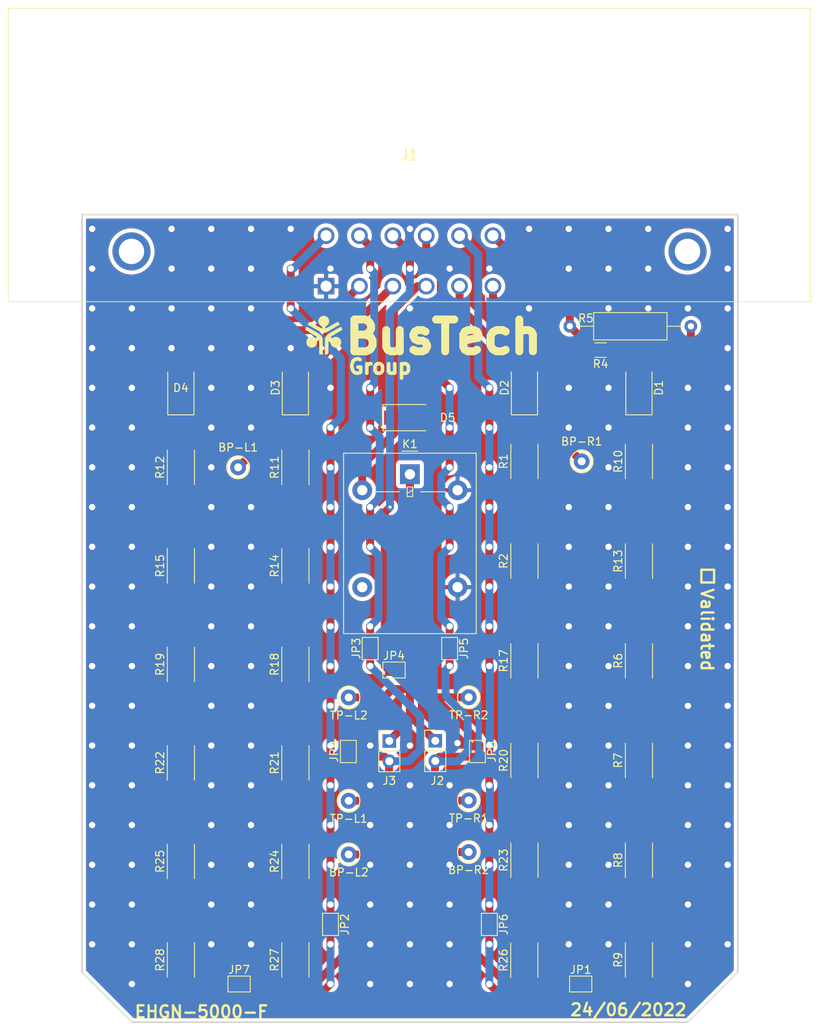
<source format=kicad_pcb>
(kicad_pcb (version 20211014) (generator pcbnew)
  (title_block (title "EHGN-5000-E") (date "2022-06-17") (rev "E") (company "BusTech"))
  (layers (0 "F.Cu" signal) (31 "B.Cu" signal) (34 "B.Paste" user) (35 "F.Paste" user) (36 "B.SilkS" user "B.Silkscreen") (37 "F.SilkS" user "F.Silkscreen") (38 "B.Mask" user) (39 "F.Mask" user) (44 "Edge.Cuts" user))
  (net 0 "")
  (net 1 "C689{slash}10")
  (net 2 "C689{slash}1")
  (net 3 "C695{slash}7")
  (net 4 "C695{slash}1")
  (net 5 "GND")
  (net 6 "Node1 A7")
  (net 7 "Node1 B2")
  (net 8 "R1 In")
  (net 9 "Net-(R6-Pad1)")
  (net 11 "Net-(R7-Pad1)")
  (net 12 "Net-(R1-Pad1)")
  (net 13 "Net-(R8-Pad1)")
  (net 14 "Net-(R10-Pad1)")
  (net 15 "Net-(R11-Pad1)")
  (net 16 "Net-(R12-Pad1)")
  (net 17 "Net-(R17-Pad1)")
  (net 18 "Net-(R18-Pad1)")
  (net 19 "Net-(R19-Pad1)")
  (net 20 "Net-(R20-Pad1)")
  (net 21 "Net-(R21-Pad1)")
  (net 22 "Net-(R22-Pad1)")
  (net 23 "Net-(R23-Pad1)")
  (net 24 "Net-(R24-Pad1)")
  (net 25 "Net-(R25-Pad1)")
  (net 26 "R4 Out")
  (net 27 "Resistor Out")
  (net 28 "R1 Out")
  (net 29 "R2 In")
  (net 30 "Net-(J1-Pad8)")
  (net 31 "Net-(R13-Pad1)")
  (net 32 "Net-(R17-Pad2)")
  (net 33 "R2 Out")
  (net 34 "Net-(R14-Pad1)")
  (net 35 "Net-(R15-Pad1)")
  (net 36 "R4 In")
  (net 37 "R3 In")
  (net 38 "Net-(J1-Pad9)")
  (net 39 "Net-(J1-Pad10)")
  (net 40 "Net-(J1-Pad11)")
  (net 41 "Net-(J1-Pad12)")
  (net 44 "R3 Out")
  (footprint "Resistor_SMD:R_2512_6332Metric_thermal_pad" (layer "F.Cu") (at 128.083332 109.786198 90)
    (fp_text reference "R18")
    (fp_text value "39 Ohm")
  )
  (footprint "Jumper:SolderJumper-2_P1.3mm_Open_Pad1.0x1.5mm" (layer "F.Cu") (at 147.5 107.8 -90)
    (fp_text reference "JP5")
    (fp_text value "SolderJumper_2_Open")
  )
  (footprint "Resistor_SMD:R_2512_6332Metric_thermal_pad" (layer "F.Cu") (at 113.666666 97.393099 90)
    (fp_text reference "R15")
    (fp_text value "39 Ohm")
  )
  (footprint "Diode_SMD:D_SMA" (layer "F.Cu") (at 156.916664 75 90)
    (fp_text reference "D2")
    (fp_text value "DIODE")
  )
  (footprint "Jumper:SolderJumper-2_P1.3mm_Bridged_Pad1.0x1.5mm" (layer "F.Cu") (at 121 150)
    (fp_text reference "JP7")
    (fp_text value "SolderJumper_2_Bridged")
  )
  (footprint "Resistor_SMD:R_2512_6332Metric_thermal_pad" (layer "F.Cu") (at 171.33333 109.336198 90)
    (fp_text reference "R6")
    (fp_text value "39 Ohm")
  )
  (footprint "Diode_SMD:D_SMA" (layer "F.Cu") (at 171.33333 75 90)
    (fp_text reference "D1")
    (fp_text value "DIODE")
  )
  (footprint "Jumper:SolderJumper-2_P1.3mm_Bridged_Pad1.0x1.5mm" (layer "F.Cu") (at 134.75 120.75 90)
    (fp_text reference "JP9")
    (fp_text value "SolderJumper_2_Bridged")
  )
  (footprint "Resistor_SMD:R_2512_6332Metric_thermal_pad" (layer "F.Cu") (at 156.916664 121.879297 90)
    (fp_text reference "R20")
    (fp_text value "39 Ohm")
  )
  (footprint "Resistor_SMD:R_2512_6332Metric_thermal_pad" (layer "F.Cu") (at 113.666666 85 90)
    (fp_text reference "R12")
    (fp_text value "39 Ohm")
  )
  (footprint "TestPoint:TestPoint_Keystone_5000-5004_Miniature" (layer "F.Cu") (at 134.8 126.95)
    (fp_text reference "TP-L1")
    (fp_text value "TestPoint")
  )
  (footprint "Fiducial:Fiducial_0.5mm_Mask1.5mm" (layer "F.Cu") (at 181.25 139.5)
    (fp_text reference "FID2" hide)
    (fp_text value "Fiducial")
  )
  (footprint "Resistor_SMD:R_2512_6332Metric_thermal_pad" (layer "F.Cu") (at 128.083332 134.572396 90)
    (fp_text reference "R24")
    (fp_text value "39 Ohm")
  )
  (footprint "TestPoint:TestPoint_Keystone_5000-5004_Miniature" (layer "F.Cu") (at 149.9 126.9)
    (fp_text reference "TP-R1")
    (fp_text value "TestPoint")
  )
  (footprint "Resistor_SMD:R_2512_6332Metric_thermal_pad" (layer "F.Cu") (at 113.666666 146.965498 90)
    (fp_text reference "R28")
    (fp_text value "39 Ohm")
  )
  (footprint "Connector_PinHeader_2.54mm:PinHeader_1x02_P2.54mm_Vertical" (layer "F.Cu") (at 139.906666 119.425)
    (fp_text reference "J3")
    (fp_text value "Conn_01x02_Male")
  )
  (footprint "Resistor_SMD:R_2512_6332Metric_thermal_pad" (layer "F.Cu") (at 171.33333 134.422396 90)
    (fp_text reference "R8")
    (fp_text value "39 Ohm")
  )
  (footprint "Resistor_SMD:R_2512_6332Metric_thermal_pad" (layer "F.Cu") (at 113.666666 134.572396 90)
    (fp_text reference "R25")
    (fp_text value "39 Ohm")
  )
  (footprint "Jumper:SolderJumper-2_P1.3mm_Bridged_Pad1.0x1.5mm" (layer "F.Cu") (at 151 120.75 -90)
    (fp_text reference "JP8")
    (fp_text value "SolderJumper_2_Bridged")
  )
  (footprint "Resistor_SMD:R_2512_6332Metric_thermal_pad" (layer "F.Cu") (at 171.33333 96.793099 90)
    (fp_text reference "R13")
    (fp_text value "39 Ohm")
  )
  (footprint "Diode_SMD:D_SMA" (layer "F.Cu") (at 113.666666 75 90)
    (fp_text reference "D4")
    (fp_text value "DIODE")
  )
  (footprint "Fiducial:Fiducial_0.5mm_Mask1.5mm" (layer "F.Cu") (at 105 77.5)
    (fp_text reference "FID3" hide)
    (fp_text value "Fiducial")
  )
  (footprint "Resistor_SMD:R_2512_6332Metric_thermal_pad" (layer "F.Cu") (at 113.666666 109.786198 90)
    (fp_text reference "R19")
    (fp_text value "39 Ohm")
  )
  (footprint "Connector_PinHeader_2.54mm:PinHeader_1x02_P2.54mm_Vertical" (layer "F.Cu") (at 145.693332 119.4)
    (fp_text reference "J2")
    (fp_text value "Conn_01x02_Male")
  )
  (footprint "Resistor_SMD:R_2512_6332Metric_thermal_pad" (layer "F.Cu") (at 128.083332 97.393099 90)
    (fp_text reference "R14")
    (fp_text value "39 Ohm")
  )
  (footprint "Resistor_SMD:R_2512_6332Metric_thermal_pad" (layer "F.Cu") (at 156.916664 134.422396 90)
    (fp_text reference "R23")
    (fp_text value "39 Ohm")
  )
  (footprint "Resistor_SMD:R_2512_6332Metric_thermal_pad" (layer "F.Cu") (at 128.083332 85 90)
    (fp_text reference "R11")
    (fp_text value "39 Ohm")
  )
  (footprint "Resistor_SMD:R_1206_3216Metric" (layer "F.Cu") (at 166.5 70.25)
    (fp_text reference "R4")
    (fp_text value "10k Ohm")
  )
  (footprint "Resistor_THT:R_Axial_DIN0309_L9.0mm_D3.2mm_P15.24mm_Horizontal" (layer "F.Cu") (at 162.63 67.25)
    (fp_text reference "R5")
    (fp_text value "R2")
  )
  (footprint "TestPoint:TestPoint_Keystone_5000-5004_Miniature" (layer "F.Cu") (at 134.8 113.95)
    (fp_text reference "TP-L2")
    (fp_text value "TestPoint")
  )
  (footprint "Diode_SMD:D_SMA" (layer "F.Cu") (at 142.5 78.75)
    (fp_text reference "D5")
    (fp_text value "DIODE")
  )
  (footprint "Resistor_SMD:R_2512_6332Metric_thermal_pad" (layer "F.Cu") (at 128.083332 146.965498 90)
    (fp_text reference "R27")
    (fp_text value "39 Ohm")
  )
  (footprint "TestPoint:TestPoint_Keystone_5000-5004_Miniature" (layer "F.Cu") (at 164.124997 84.25)
    (fp_text reference "BP-R1")
    (fp_text value "Bypass Resistor")
  )
  (footprint "Resistor_SMD:R_2512_6332Metric_thermal_pad" (layer "F.Cu") (at 156.916664 84.25 90)
    (fp_text reference "R1")
    (fp_text value "39 Ohm")
  )
  (footprint "TestPoint:TestPoint_Keystone_5000-5004_Miniature" (layer "F.Cu") (at 149.9 113.925)
    (fp_text reference "TP-R2")
    (fp_text value "TestPoint")
  )
  (footprint "Diode_SMD:D_SMA" (layer "F.Cu") (at 128.083332 75 90)
    (fp_text reference "D3")
    (fp_text value "DIODE")
  )
  (footprint "Resistor_SMD:R_2512_6332Metric_thermal_pad" (layer "F.Cu") (at 156.916664 109.336198 90)
    (fp_text reference "R17")
    (fp_text value "39 Ohm")
  )
  (footprint "Fiducial:Fiducial_0.5mm_Mask1.5mm" (layer "F.Cu") (at 180 77.5)
    (fp_text reference "FID1" hide)
    (fp_text value "Fiducial")
  )
  (footprint "Resistor_SMD:R_2512_6332Metric_thermal_pad" (layer "F.Cu") (at 171.33333 121.879297 90)
    (fp_text reference "R7")
    (fp_text value "39 Ohm")
  )
  (footprint "TestPoint:TestPoint_Keystone_5000-5004_Miniature" (layer "F.Cu") (at 120.874999 85)
    (fp_text reference "BP-L1")
    (fp_text value "Bypass Resistor")
  )
  (footprint "Jumper:SolderJumper-2_P1.3mm_Open_Pad1.0x1.5mm" (layer "F.Cu") (at 152.5 142.5 -90)
    (fp_text reference "JP6")
    (fp_text value "SolderJumper_2_Open")
  )
  (footprint "TestPoint:TestPoint_Keystone_5000-5004_Miniature" (layer "F.Cu") (at 134.8 133.7)
    (fp_text reference "BP-L2")
    (fp_text value "Bypass Resistor")
  )
  (footprint "Resistor_SMD:R_2512_6332Metric_thermal_pad" (layer "F.Cu") (at 156.916664 96.793099 90)
    (fp_text reference "R2")
    (fp_text value "39 Ohm")
  )
  (footprint "Library:ATM1312PAR008" (layer "F.Cu") (at 131.95 62.207107 180)
    (fp_text reference "J1")
    (fp_text value "ATM13-12PA-R008" hide)
  )
  (footprint "Relay_THT:Relay_SPDT_Omron-G5LE-1" (layer "F.Cu") (at 142.5 85.8725)
    (fp_text reference "K1")
    (fp_text value "Relay_SPDT_Omron-G5LE-1")
  )
  (footprint "Resistor_SMD:R_2512_6332Metric_thermal_pad" (layer "F.Cu") (at 171.33333 84.25 90)
    (fp_text reference "R10")
    (fp_text value "39 Ohm")
  )
  (footprint "Jumper:SolderJumper-2_P1.3mm_Open_Pad1.0x1.5mm" (layer "F.Cu") (at 137.5 107.8 -90)
    (fp_text reference "JP3")
    (fp_text value "SolderJumper_2_Open")
  )
  (footprint "Resistor_SMD:R_2512_6332Metric_thermal_pad" (layer "F.Cu") (at 171.33333 146.965498 90)
    (fp_text reference "R9")
    (fp_text value "39 Ohm")
  )
  (footprint "TestPoint:TestPoint_Keystone_5000-5004_Miniature" (layer "F.Cu") (at 149.9 133.4)
    (fp_text reference "BP-R2")
    (fp_text value "Bypass Resistor")
  )
  (footprint "Resistor_SMD:R_2512_6332Metric_thermal_pad" (layer "F.Cu") (at 156.9 147 90)
    (fp_text reference "R26")
    (fp_text value "39 Ohm")
  )
  (footprint "Jumper:SolderJumper-2_P1.3mm_Open_Pad1.0x1.5mm" (layer "F.Cu") (at 140.5 110.5)
    (fp_text reference "JP4")
    (fp_text value "SolderJumper_2_Open")
  )
  (footprint "Jumper:SolderJumper-2_P1.3mm_Bridged_Pad1.0x1.5mm" (layer "F.Cu") (at 164 150)
    (fp_text reference "JP1")
    (fp_text value "SolderJumper_2_Bridged")
  )
  (footprint "Resistor_SMD:R_2512_6332Metric_thermal_pad" (layer "F.Cu") (at 113.666666 122.179297 90)
    (fp_text reference "R22")
    (fp_text value "39 Ohm")
  )
  (footprint "Resistor_SMD:R_2512_6332Metric_thermal_pad" (layer "F.Cu") (at 128.083332 122.179297 90)
    (fp_text reference "R21")
    (fp_text value "39 Ohm")
  )
  (footprint "Jumper:SolderJumper-2_P1.3mm_Open_Pad1.0x1.5mm" (layer "F.Cu") (at 132.5 142.5 -90)
    (fp_text reference "JP2")
    (fp_text value "SolderJumper_2_Open")
  )
  (gr_poly (pts (xy 131.832518 66.773537) (xy 131.843629 66.761564) (xy 131.853615 66.749026) (xy 131.862493 66.735975) (xy 131.870277 66.722465) (xy 131.876986 66.708549) (xy 131.882634 66.69428) (xy 131.887239 66.679713) (xy 131.890817 66.664901) (xy 131.893384 66.649896) (xy 131.894956 66.634753) (xy 131.895549 66.619524) (xy 131.89518 66.604264) (xy 131.893866 66.589026) (xy 131.891622 66.573862) (xy 131.888464 66.558827) (xy 131.88441 66.543974) (xy 131.879475 66.529356) (xy 131.873676 66.515027) (xy 131.867028 66.501039) (xy 131.859549 66.487448) (xy 131.851254 66.474306) (xy 131.84216 66.461665) (xy 131.832283 66.449581) (xy 131.821639 66.438106) (xy 131.810245 66.427294) (xy 131.798117 66.417197) (xy 131.785272 66.407871) (xy 131.771725 66.399367) (xy 131.757492 66.391739) (xy 131.742591 66.385042) (xy 131.727037 66.379327) (xy 131.710847 66.374649) (xy 131.701974 66.372671) (xy 131.692969 66.371148) (xy 131.68385 66.370074) (xy 131.674635 66.369437) (xy 131.65599 66.369448) (xy 131.637181 66.371113) (xy 131.618352 66.374363) (xy 131.59965 66.379132) (xy 131.581219 66.385352) (xy 131.563206 66.392954) (xy 131.545755 66.401871) (xy 131.529014 66.412035) (xy 131.513126 66.423378) (xy 131.498238 66.435833) (xy 131.484495 66.449331) (xy 131.472043 66.463806) (xy 131.466346 66.471388) (xy 131.461027 66.479188) (xy 131.456103 66.487199) (xy 131.451593 66.495411) (xy 131.44333 66.512088) (xy 131.436159 66.528104) (xy 131.430079 66.543541) (xy 131.425089 66.55848) (xy 131.42119 66.573) (xy 131.418379 66.587182) (xy 131.416658 66.601108) (xy 131.416024 66.614858) (xy 131.416479 66.628513) (xy 131.418021 66.642154) (xy 131.42065 66.65586) (xy 131.424365 66.669713) (xy 131.429166 66.683794) (xy 131.435052 66.698184) (xy 131.442022 66.712962) (xy 131.450077 66.72821) (xy 131.45784 66.741323) (xy 131.466177 66.753717) (xy 131.475057 66.765389) (xy 131.48445 66.776335) (xy 131.494325 66.786552) (xy 131.504653 66.796035) (xy 131.515403 66.804782) (xy 131.526544 66.812789) (xy 131.538046 66.820052) (xy 131.54988 66.826567) (xy 131.562013 66.832332) (xy 131.574417 66.837341) (xy 131.587061 66.841593) (xy 131.599914 66.845083) (xy 131.612947 66.847808) (xy 131.626128 66.849763) (xy 131.639428 66.850946) (xy 131.652816 66.851353) (xy 131.666262 66.85098) (xy 131.679736 66.849824) (xy 131.693206 66.84788) (xy 131.706644 66.845146) (xy 131.720018 66.841618) (xy 131.733298 66.837293) (xy 131.746454 66.832166) (xy 131.759455 66.826234) (xy 131.772271 66.819493) (xy 131.784873 66.811941) (xy 131.797229 66.803572) (xy 131.809308 66.794384) (xy 131.821082 66.784374) (xy 131.832519 66.773537) (xy 131.832518 66.773537)) (layer "F.SilkS") (width 0.026458) (fill solid))
  (gr_poly (pts (xy 131.815478 69.780446) (xy 131.823258 68.755185) (xy 131.89479 68.609664) (xy 131.902666 68.594272) (xy 131.911479 68.578195) (xy 131.921133 68.561565) (xy 131.931534 68.544512) (xy 131.954195 68.509662) (xy 131.978701 68.474691) (xy 132.004295 68.440645) (xy 132.030215 68.408572) (xy 132.04306 68.393602) (xy 132.055703 68.379518) (xy 132.068047 68.366449) (xy 132.079998 68.354528) (xy 132.122015 68.32092) (xy 132.193844 68.271247) (xy 132.409201 68.133993) (xy 132.690591 67.96335) (xy 133.002538 67.779901) (xy 133.309564 67.60423) (xy 133.576193 67.45692) (xy 133.766947 67.358553) (xy 133.822785 67.334156) (xy 133.838879 67.32928) (xy 133.84635 67.329714) (xy 133.848865 67.332956) (xy 133.851929 67.337835) (xy 133.855502 67.344251) (xy 133.85954 67.352107) (xy 133.868844 67.371741) (xy 133.879502 67.395944) (xy 133.891176 67.423925) (xy 133.903528 67.454893) (xy 133.916217 67.488058) (xy 133.928907 67.522626) (xy 133.989887 67.692359) (xy 133.927052 67.734293) (xy 133.848441 67.781891) (xy 133.680852 67.880491) (xy 133.448891 68.015694) (xy 133.177163 68.173102) (xy 132.910415 68.329289) (xy 132.692015 68.461167) (xy 132.607987 68.51365) (xy 132.544497 68.554846) (xy 132.50436 68.58302) (xy 132.49393 68.591681) (xy 132.490395 68.596435) (xy 132.49056 68.597879) (xy 132.49102 68.599479) (xy 132.491769 68.601229) (xy 132.492799 68.603123) (xy 132.494102 68.605154) (xy 132.495671 68.607317) (xy 132.497499 68.609605) (xy 132.499578 68.612014) (xy 132.50446 68.617166) (xy 132.510258 68.622725) (xy 132.516914 68.628643) (xy 132.524368 68.634872) (xy 132.532561 68.641364) (xy 132.541434 68.648071) (xy 132.550928 68.654944) (xy 132.560984 68.661936) (xy 132.571542 68.668999) (xy 132.582545 68.676084) (xy 132.593932 68.683144) (xy 132.605645 68.690131) (xy 132.72061 68.757368) (xy 132.863131 68.680175) (xy 132.90758 68.65803) (xy 132.952383 68.639448) (xy 132.997415 68.624349) (xy 133.042551 68.612648) (xy 133.087665 68.604262) (xy 133.132633 68.599109) (xy 133.177329 68.597106) (xy 133.221627 68.598169) (xy 133.265403 68.602215) (xy 133.308531 68.609162) (xy 133.350887 68.618926) (xy 133.392344 68.631424) (xy 133.432777 68.646574) (xy 133.472062 68.664291) (xy 133.510072 68.684494) (xy 133.546683 68.707099) (xy 133.58177 68.732024) (xy 133.615207 68.759184) (xy 133.646869 68.788497) (xy 133.67663 68.81988) (xy 133.704366 68.85325) (xy 133.72995 68.888524) (xy 133.753259 68.925619) (xy 133.774166 68.964452) (xy 133.792547 69.00494) (xy 133.808275 69.046999) (xy 133.821227 69.090547) (xy 133.831276 69.135501) (xy 133.838297 69.181777) (xy 133.842165 69.229293) (xy 133.842755 69.277966) (xy 133.839942 69.327712) (xy 133.83597 69.362023) (xy 133.830362 69.395691) (xy 133.823163 69.428679) (xy 133.814415 69.460951) (xy 133.804165 69.49247) (xy 133.792455 69.523199) (xy 133.77933 69.553103) (xy 133.764833 69.582144) (xy 133.74901 69.610285) (xy 133.731904 69.63749) (xy 133.71356 69.663723) (xy 133.69402 69.688946) (xy 133.673331 69.713123) (xy 133.651535 69.736218) (xy 133.628677 69.758193) (xy 133.604801 69.779013) (xy 133.579951 69.79864) (xy 133.554172 69.817038) (xy 133.527507 69.83417) (xy 133.5 69.85) (xy 133.471697 69.86449) (xy 133.44264 69.877605) (xy 133.412874 69.889308) (xy 133.382443 69.899562) (xy 133.351391 69.90833) (xy 133.319763 69.915575) (xy 133.287602 69.921262) (xy 133.254953 69.925354) (xy 133.22186 69.927813) (xy 133.188367 69.928604) (xy 133.154518 69.927689) (xy 133.120357 69.925032) (xy 133.087791 69.920962) (xy 133.055869 69.915558) (xy 133.024616 69.908847) (xy 132.994058 69.900859) (xy 132.96422 69.89162) (xy 132.935128 69.881159) (xy 132.906807 69.869505) (xy 132.879284 69.856684) (xy 132.852583 69.842725) (xy 132.826731 69.827657) (xy 132.801752 69.811506) (xy 132.777673 69.794302) (xy 132.754519 69.776072) (xy 132.732316 69.756844) (xy 132.711089 69.736647) (xy 132.690864 69.715508) (xy 132.671667 69.693455) (xy 132.653522 69.670516) (xy 132.636456 69.646721) (xy 132.620495 69.622095) (xy 132.605663 69.596668) (xy 132.591987 69.570468) (xy 132.579492 69.543522) (xy 132.568203 69.515859) (xy 132.558147 69.487507) (xy 132.549348 69.458494) (xy 132.541833 69.428847) (xy 132.535627 69.398595) (xy 132.530755 69.367766) (xy 132.527244 69.336388) (xy 132.525118 69.304489) (xy 132.524404 69.272097) (xy 132.524404 69.120783) (xy 132.395146 69.050432) (xy 132.368849 69.0363) (xy 132.343675 69.023116) (xy 132.320219 69.011169) (xy 132.299081 69.000747) (xy 132.280855 68.992139) (xy 132.266139 68.985633) (xy 132.25553 68.981517) (xy 132.251953 68.980446) (xy 132.249625 68.980081) (xy 132.247969 68.984661) (xy 132.246358 68.998098) (xy 132.243311 69.049732) (xy 132.240549 69.131365) (xy 132.238139 69.239375) (xy 132.234645 69.520047) (xy 132.233362 69.862783) (xy 132.233362 70.745485) (xy 132.083429 70.775596) (xy 132.052026 70.781644) (xy 132.020249 70.787287) (xy 131.98897 70.792401) (xy 131.959062 70.796861) (xy 131.931397 70.800546) (xy 131.90685 70.80333) (xy 131.886292 70.805092) (xy 131.870597 70.805706) (xy 131.8077 70.805706) (xy 131.815478 69.780446)) (layer "F.SilkS") (width 0.026458) (fill solid))
  (gr_poly (pts (xy 131.320549 70.792555) (xy 131.313209 70.790413) (xy 131.302447 70.787761) (xy 131.288778 70.784702) (xy 131.272717 70.781342) (xy 131.254781 70.777786) (xy 131.235484 70.774138) (xy 131.215343 70.770503) (xy 131.194872 70.766986) (xy 131.095653 70.750391) (xy 131.095653 69.880027) (xy 131.0938 69.540379) (xy 131.088749 69.26057) (xy 131.081263 69.06926) (xy 131.076845 69.015748) (xy 131.074509 69.001095) (xy 131.072104 68.995108) (xy 131.070738 68.994451) (xy 131.069073 68.993979) (xy 131.067118 68.993688) (xy 131.064884 68.993576) (xy 131.059614 68.99387) (xy 131.053336 68.994836) (xy 131.046126 68.996445) (xy 131.038057 68.998669) (xy 131.029205 69.001481) (xy 131.019643 69.004854) (xy 131.009448 69.008761) (xy 130.998692 69.013173) (xy 130.987452 69.018063) (xy 130.975801 69.023404) (xy 130.963814 69.029168) (xy 130.951566 69.035328) (xy 130.939131 69.041856) (xy 130.926583 69.048725) (xy 130.804612 69.116896) (xy 130.804347 69.26677) (xy 130.801464 69.331056) (xy 130.793242 69.392438) (xy 130.779979 69.450846) (xy 130.761973 69.506215) (xy 130.739523 69.558478) (xy 130.712927 69.607566) (xy 130.682484 69.653414) (xy 130.648493 69.695953) (xy 130.611252 69.735118) (xy 130.57106 69.77084) (xy 130.528214 69.803053) (xy 130.483014 69.831689) (xy 130.435759 69.856682) (xy 130.386746 69.877964) (xy 130.336274 69.895468) (xy 130.284641 69.909128) (xy 130.232147 69.918875) (xy 130.17909 69.924643) (xy 130.125768 69.926366) (xy 130.072479 69.923974) (xy 130.019523 69.917403) (xy 129.967198 69.906584) (xy 129.915802 69.89145) (xy 129.865634 69.871935) (xy 129.816992 69.84797) (xy 129.770175 69.81949) (xy 129.725481 69.786427) (xy 129.683209 69.748713) (xy 129.643658 69.706283) (xy 129.607126 69.659068) (xy 129.573911 69.607001) (xy 129.544312 69.550016) (xy 129.526337 69.508017) (xy 129.511343 69.465784) (xy 129.499266 69.423419) (xy 129.490043 69.381025) (xy 129.48361 69.338706) (xy 129.479903 69.296564) (xy 129.47886 69.254701) (xy 129.480415 69.213221) (xy 129.484507 69.172226) (xy 129.491071 69.13182) (xy 129.500043 69.092104) (xy 129.51136 69.053182) (xy 129.524959 69.015157) (xy 129.540775 68.978131) (xy 129.558745 68.942207) (xy 129.578806 68.907488) (xy 129.600894 68.874077) (xy 129.624946 68.842077) (xy 129.650897 68.811589) (xy 129.678684 68.782718) (xy 129.708244 68.755566) (xy 129.739513 68.730236) (xy 129.772428 68.70683) (xy 129.806924 68.685451) (xy 129.842938 68.666203) (xy 129.880407 68.649187) (xy 129.919267 68.634507) (xy 129.959454 68.622266) (xy 130.000905 68.612566) (xy 130.043557 68.60551) (xy 130.087344 68.601202) (xy 130.132205 68.599742) (xy 130.155006 68.599953) (xy 130.176741 68.600607) (xy 130.197553 68.60174) (xy 130.217585 68.603384) (xy 130.23698 68.605575) (xy 130.255881 68.608346) (xy 130.27443 68.611731) (xy 130.292771 68.615766) (xy 130.311046 68.620483) (xy 130.329398 68.625917) (xy 130.347971 68.632102) (xy 130.366907 68.639073) (xy 130.386348 68.646864) (xy 130.406439 68.655507) (xy 130.427321 68.665039) (xy 130.449138 68.675493) (xy 130.603966 68.751243) (xy 130.718914 68.687068) (xy 130.730619 68.680394) (xy 130.741985 68.673637) (xy 130.752956 68.666844) (xy 130.763471 68.660063) (xy 130.773473 68.653338) (xy 130.782904 68.646717) (xy 130.791704 68.640247) (xy 130.799816 68.633973) (xy 130.807181 68.627942) (xy 130.81374 68.6222) (xy 130.819436 68.616795) (xy 130.824209 68.611772) (xy 130.828001 68.607178) (xy 130.830754 68.60306) (xy 130.832409 68.599463) (xy 130.832807 68.597875) (xy 130.832908 68.596435) (xy 130.831875 68.594511) (xy 130.828908 68.591486) (xy 130.81736 68.582252) (xy 130.798651 68.568971) (xy 130.773167 68.551878) (xy 130.703421 68.507203) (xy 130.61121 68.450119) (xy 130.499626 68.382515) (xy 130.371758 68.306282) (xy 130.230696 68.22331) (xy 130.07953 68.135491) (xy 129.327108 67.701005) (xy 129.38903 67.530412) (xy 129.401978 67.495635) (xy 129.415042 67.462205) (xy 129.427865 67.430927) (xy 129.440092 67.402601) (xy 129.451366 67.37803) (xy 129.46133 67.358016) (xy 129.469628 67.343361) (xy 129.473041 67.338294) (xy 129.475904 67.334867) (xy 129.478227 67.333919) (xy 129.482251 67.334002) (xy 129.495332 67.33722) (xy 129.515 67.344442) (xy 129.541111 67.355593) (xy 129.573516 67.370597) (xy 129.612071 67.389375) (xy 129.70704 67.437953) (xy 129.824849 67.500713) (xy 129.964326 67.577044) (xy 130.124301 67.666333) (xy 130.303603 67.767966) (xy 130.621709 67.951174) (xy 130.871735 68.100372) (xy 130.974128 68.164556) (xy 131.062992 68.223043) (xy 131.139491 68.276771) (xy 131.20479 68.326673) (xy 131.26005 68.373686) (xy 131.306437 68.418745) (xy 131.345114 68.462785) (xy 131.377245 68.506743) (xy 131.403993 68.551553) (xy 131.426523 68.598152) (xy 131.445997 68.647474) (xy 131.463581 68.700455) (xy 131.47276 68.731073) (xy 131.48087 68.760788) (xy 131.487976 68.790958) (xy 131.494144 68.822942) (xy 131.49944 68.858097) (xy 131.50393 68.897784) (xy 131.507679 68.943361) (xy 131.510754 68.996186) (xy 131.51322 69.057617) (xy 131.515144 69.129015) (xy 131.516591 69.211736) (xy 131.517627 69.307141) (xy 131.518731 69.541434) (xy 131.518981 69.842764) (xy 131.518981 70.805706) (xy 131.432992 70.803618) (xy 131.415178 70.803016) (xy 131.397516 70.802099) (xy 131.380466 70.800915) (xy 131.36449 70.799507) (xy 131.350048 70.797922) (xy 131.337602 70.796205) (xy 131.327614 70.794401) (xy 131.323685 70.79348) (xy 131.320544 70.792556) (xy 131.320549 70.792555)) (layer "F.SilkS") (width 0.026458) (fill solid))
  (gr_poly (pts (xy 130.303938 69.431908) (xy 130.315749 69.419456) (xy 130.326599 69.406707) (xy 130.336493 69.393694) (xy 130.345437 69.380448) (xy 130.353438 69.367) (xy 130.3605 69.353382) (xy 130.36663 69.339627) (xy 130.371834 69.325765) (xy 130.376116 69.311829) (xy 130.379483 69.297849) (xy 130.381941 69.283859) (xy 130.383494 69.269889) (xy 130.38415 69.255972) (xy 130.383914 69.242138) (xy 130.382791 69.22842) (xy 130.380787 69.21485) (xy 130.377909 69.201458) (xy 130.374161 69.188277) (xy 130.369549 69.175339) (xy 130.36408 69.162675) (xy 130.357758 69.150317) (xy 130.35059 69.138296) (xy 130.342582 69.126645) (xy 130.333739 69.115394) (xy 130.324067 69.104577) (xy 130.313571 69.094223) (xy 130.302258 69.084366) (xy 130.290132 69.075037) (xy 130.277201 69.066267) (xy 130.263469 69.058088) (xy 130.248943 69.050533) (xy 130.233628 69.043632) (xy 130.219534 69.037872) (xy 130.206555 69.032881) (xy 130.19453 69.028657) (xy 130.1833 69.025202) (xy 130.172706 69.022514) (xy 130.16259 69.020594) (xy 130.152792 69.019442) (xy 130.143153 69.019058) (xy 130.133514 69.019442) (xy 130.123716 69.020594) (xy 130.1136 69.022514) (xy 130.103007 69.025202) (xy 130.091777 69.028657) (xy 130.079752 69.032881) (xy 130.066772 69.037872) (xy 130.052679 69.043632) (xy 130.037363 69.050533) (xy 130.022837 69.058088) (xy 130.009105 69.066267) (xy 129.996174 69.075037) (xy 129.984049 69.084366) (xy 129.972736 69.094223) (xy 129.96224 69.104577) (xy 129.952568 69.115394) (xy 129.943724 69.126645) (xy 129.935716 69.138296) (xy 129.928548 69.150317) (xy 129.922227 69.162675) (xy 129.916757 69.175339) (xy 129.912146 69.188277) (xy 129.908398 69.201458) (xy 129.905519 69.21485) (xy 129.903515 69.22842) (xy 129.902392 69.242138) (xy 129.902156 69.255972) (xy 129.902812 69.269889) (xy 129.904366 69.283859) (xy 129.906823 69.297849) (xy 129.91019 69.311829) (xy 129.914473 69.325765) (xy 129.919676 69.339627) (xy 129.925806 69.353382) (xy 129.932868 69.367) (xy 129.940869 69.380448) (xy 129.949814 69.393694) (xy 129.959708 69.406707) (xy 129.970557 69.419456) (xy 129.982368 69.431908) (xy 129.992144 69.441352) (xy 130.001973 69.450186) (xy 130.011851 69.458411) (xy 130.021775 69.466027) (xy 130.031741 69.473033) (xy 130.041746 69.479431) (xy 130.051786 69.485219) (xy 130.061858 69.490397) (xy 130.071958 69.494967) (xy 130.082083 69.498927) (xy 130.092229 69.502278) (xy 130.102393 69.50502) (xy 130.112571 69.507152) (xy 130.122759 69.508675) (xy 130.132954 69.509589) (xy 130.143153 69.509894) (xy 130.153352 69.509589) (xy 130.163548 69.508675) (xy 130.173736 69.507152) (xy 130.183914 69.50502) (xy 130.194077 69.502278) (xy 130.204223 69.498927) (xy 130.214348 69.494967) (xy 130.224448 69.490397) (xy 130.23452 69.485219) (xy 130.244561 69.479431) (xy 130.254566 69.473033) (xy 130.264532 69.466027) (xy 130.274456 69.458411) (xy 130.284334 69.450186) (xy 130.294163 69.441352) (xy 130.303938 69.431908)) (layer "F.SilkS") (width 0.026458) (fill solid))
  (gr_poly (pts (xy 131.381648 68.016847) (xy 131.287889 67.968829) (xy 131.086278 67.858282) (xy 130.504614 67.531781) (xy 129.926893 67.20171) (xy 129.73021 67.086698) (xy 129.643351 67.032431) (xy 129.642547 67.030356) (xy 129.643074 67.026768) (xy 129.647808 67.015454) (xy 129.656927 66.999295) (xy 129.669806 66.979096) (xy 129.685818 66.955664) (xy 129.704338 66.929804) (xy 129.7464 66.874025) (xy 129.790985 66.818207) (xy 129.812659 66.792298) (xy 129.833087 66.768797) (xy 129.851642 66.748511) (xy 129.8677 66.732244) (xy 129.880634 66.720802) (xy 129.885734 66.717143) (xy 129.889818 66.714993) (xy 129.892499 66.71489) (xy 129.89705 66.715892) (xy 129.91157 66.721101) (xy 129.932981 66.730408) (xy 129.960891 66.743601) (xy 130.034627 66.780801) (xy 130.129622 66.831006) (xy 130.242721 66.892522) (xy 130.370769 66.963655) (xy 130.510611 67.042712) (xy 130.659091 67.127998) (xy 130.947577 67.292277) (xy 131.189173 67.424754) (xy 131.284478 67.47484) (xy 131.358569 67.511904) (xy 131.408282 67.534255) (xy 131.423008 67.539384) (xy 131.430453 67.540201) (xy 131.432596 67.539246) (xy 131.434675 67.538049) (xy 131.436691 67.536611) (xy 131.438642 67.534935) (xy 131.44053 67.533021) (xy 131.442352 67.53087) (xy 131.44411 67.528484) (xy 131.445803 67.525864) (xy 131.44743 67.523012) (xy 131.448991 67.519927) (xy 131.450486 67.516612) (xy 131.451915 67.513068) (xy 131.453277 67.509295) (xy 131.454572 67.505297) (xy 131.455799 67.501072) (xy 131.456959 67.496623) (xy 131.459075 67.487058) (xy 131.460916 67.47661) (xy 131.462481 67.465289) (xy 131.463766 67.453105) (xy 131.46477 67.440068) (xy 131.465491 67.426188) (xy 131.465925 67.411475) (xy 131.46607 67.395937) (xy 131.465774 67.352806) (xy 131.4651 67.335028) (xy 131.463805 67.319368) (xy 131.462861 67.312238) (xy 131.461685 67.305525) (xy 131.460253 67.299189) (xy 131.458538 67.293193) (xy 131.456516 67.2875) (xy 131.454161 67.28207) (xy 131.451448 67.276867) (xy 131.448351 67.271852) (xy 131.444845 67.266988) (xy 131.440905 67.262236) (xy 131.436504 67.257558) (xy 131.431619 67.252916) (xy 131.426223 67.248274) (xy 131.420292 67.243591) (xy 131.406719 67.233956) (xy 131.390699 67.223708) (xy 131.372028 67.212543) (xy 131.325922 67.186246) (xy 131.300995 67.171417) (xy 131.276891 67.15555) (xy 131.253627 67.13869) (xy 131.231219 67.120878) (xy 131.209685 67.102159) (xy 131.189041 67.082575) (xy 131.169305 67.06217) (xy 131.150493 67.040985) (xy 131.132623 67.019066) (xy 131.115711 66.996453) (xy 131.099775 66.973192) (xy 131.084831 66.949324) (xy 131.070896 66.924893) (xy 131.057988 66.899941) (xy 131.046123 66.874513) (xy 131.035318 66.84865) (xy 131.02559 66.822397) (xy 131.016956 66.795795) (xy 131.009434 66.768889) (xy 131.00304 66.74172) (xy 130.99779 66.714333) (xy 130.993703 66.686771) (xy 130.990795 66.659076) (xy 130.989083 66.631291) (xy 130.988583 66.603459) (xy 130.989314 66.575625) (xy 130.991291 66.54783) (xy 130.994532 66.520117) (xy 130.999054 66.492531) (xy 131.004874 66.465113) (xy 131.012009 66.437907) (xy 131.020475 66.410956) (xy 131.031727 66.380402) (xy 131.044361 66.350627) (xy 131.058326 66.321661) (xy 131.07357 66.293531) (xy 131.090043 66.266269) (xy 131.107692 66.239901) (xy 131.126468 66.214458) (xy 131.146318 66.189969) (xy 131.167192 66.166461) (xy 131.189038 66.143965) (xy 131.211804 66.122509) (xy 131.235441 66.102122) (xy 131.259896 66.082833) (xy 131.285118 66.064671) (xy 131.311056 66.047665) (xy 131.337659 66.031845) (xy 131.364876 66.017238) (xy 131.392655 66.003874) (xy 131.420944 65.991782) (xy 131.449694 65.980991) (xy 131.478852 65.97153) (xy 131.508368 65.963427) (xy 131.53819 65.956713) (xy 131.568267 65.951415) (xy 131.598547 65.947563) (xy 131.62898 65.945185) (xy 131.659514 65.944311) (xy 131.690098 65.94497) (xy 131.720681 65.94719) (xy 131.751211 65.951) (xy 131.781638 65.956431) (xy 131.811909 65.963509) (xy 131.865709 65.979689) (xy 131.916679 65.999155) (xy 131.964794 66.021721) (xy 132.010026 66.047201) (xy 132.052346 66.075408) (xy 132.091727 66.106155) (xy 132.128142 66.139258) (xy 132.161562 66.174529) (xy 132.191961 66.211781) (xy 132.21931 66.25083) (xy 132.243582 66.291487) (xy 132.264749 66.333568) (xy 132.282783 66.376885) (xy 132.297658 66.421253) (xy 132.309345 66.466484) (xy 132.317816 66.512393) (xy 132.323044 66.558793) (xy 132.325002 66.605499) (xy 132.323661 66.652322) (xy 132.318994 66.699079) (xy 132.310974 66.745581) (xy 132.299572 66.791642) (xy 132.284761 66.837077) (xy 132.266513 66.881699) (xy 132.244801 66.925322) (xy 132.219597 66.967759) (xy 132.190874 67.008824) (xy 132.158603 67.04833) (xy 132.122758 67.086092) (xy 132.083309 67.121922) (xy 132.040231 67.155636) (xy 131.993495 67.187045) (xy 131.950547 67.214042) (xy 131.933155 67.225534) (xy 131.918232 67.236119) (xy 131.905589 67.24612) (xy 131.900064 67.251001) (xy 131.895037 67.255858) (xy 131.890487 67.260729) (xy 131.886388 67.265656) (xy 131.882717 67.270679) (xy 131.879451 67.275837) (xy 131.876566 67.281172) (xy 131.874039 67.286724) (xy 131.871845 67.292532) (xy 131.869961 67.298638) (xy 131.868364 67.305081) (xy 131.86703 67.311902) (xy 131.865935 67.319142) (xy 131.865055 67.326839) (xy 131.863848 67.343772) (xy 131.86322 67.363022) (xy 131.862945 67.409765) (xy 131.863464 67.441802) (xy 131.864107 67.456398) (xy 131.865001 67.470022) (xy 131.866141 67.482656) (xy 131.867525 67.494284) (xy 131.869147 67.504887) (xy 131.871005 67.514448) (xy 131.873094 67.52295) (xy 131.875412 67.530374) (xy 131.877952 67.536705) (xy 131.880713 67.541924) (xy 131.883691 67.546013) (xy 131.88688 67.548956) (xy 131.888554 67.549992) (xy 131.890278 67.550734) (xy 131.892055 67.551181) (xy 131.893881 67.551331) (xy 131.900838 67.549135) (xy 131.915067 67.542691) (xy 131.963771 67.517927) (xy 132.03686 67.478777) (xy 132.131197 67.426977) (xy 132.371074 67.29237) (xy 132.65832 67.127998) (xy 132.945184 66.963625) (xy 133.184021 66.829019) (xy 133.349906 66.738068) (xy 133.397703 66.713305) (xy 133.417916 66.704664) (xy 133.421311 66.705441) (xy 133.425705 66.70771) (xy 133.437202 66.716358) (xy 133.451824 66.729872) (xy 133.468992 66.747517) (xy 133.488124 66.768558) (xy 133.508639 66.79226) (xy 133.529958 66.817886) (xy 133.551498 66.844702) (xy 133.57268 66.871973) (xy 133.592922 66.898962) (xy 133.611643 66.924936) (xy 133.628263 66.949157) (xy 133.6422 66.970892) (xy 133.652875 66.989404) (xy 133.659706 67.003958) (xy 133.661498 67.009522) (xy 133.662112 67.01382) (xy 133.643734 67.031116) (xy 133.591668 67.066877) (xy 133.40488 67.183215) (xy 133.138565 67.341675) (xy 132.829538 67.521094) (xy 132.514615 67.700311) (xy 132.230612 67.858165) (xy 132.014346 67.973495) (xy 131.943119 68.008601) (xy 131.902633 68.02514) (xy 131.87459 68.031869) (xy 131.844202 68.037604) (xy 131.81184 68.042352) (xy 131.77788 68.046116) (xy 131.742694 68.048905) (xy 131.706657 68.050723) (xy 131.670142 68.051577) (xy 131.633522 68.051473) (xy 131.597172 68.050416) (xy 131.561464 68.048412) (xy 131.526774 68.045468) (xy 131.493473 68.04159) (xy 131.461937 68.036782) (xy 131.432538 68.031052) (xy 131.40565 68.024405) (xy 131.381648 68.016847)) (layer "F.SilkS") (width 0.026458) (fill solid))
  (gr_poly (pts (xy 133.364455 69.416061) (xy 133.373849 69.404594) (xy 133.382387 69.392825) (xy 133.390076 69.380785) (xy 133.396923 69.368503) (xy 133.402936 69.356008) (xy 133.408121 69.34333) (xy 133.412485 69.3305) (xy 133.416037 69.317546) (xy 133.418782 69.304498) (xy 133.420728 69.291386) (xy 133.421882 69.27824) (xy 133.422252 69.265089) (xy 133.421843 69.251962) (xy 133.420664 69.238891) (xy 133.418722 69.225903) (xy 133.416023 69.213029) (xy 133.412575 69.200299) (xy 133.408385 69.187742) (xy 133.40346 69.175388) (xy 133.397808 69.163266) (xy 133.391434 69.151406) (xy 133.384347 69.139838) (xy 133.376553 69.128592) (xy 133.36806 69.117696) (xy 133.358875 69.107182) (xy 133.349005 69.097078) (xy 133.338456 69.087413) (xy 133.327237 69.078219) (xy 133.315354 69.069524) (xy 133.302814 69.061358) (xy 133.289625 69.053751) (xy 133.275793 69.046732) (xy 133.261857 69.040243) (xy 133.249083 69.034606) (xy 133.2373 69.029816) (xy 133.226336 69.025872) (xy 133.216021 69.022769) (xy 133.206183 69.020504) (xy 133.20139 69.019685) (xy 133.196652 69.019075) (xy 133.191947 69.018672) (xy 133.187254 69.018476) (xy 133.182553 69.018488) (xy 133.177821 69.018706) (xy 133.168179 69.01976) (xy 133.158159 69.021636) (xy 133.147588 69.024329) (xy 133.136297 69.027838) (xy 133.124112 69.032157) (xy 133.110864 69.037285) (xy 133.096381 69.043217) (xy 133.076987 69.051894) (xy 133.067863 69.056432) (xy 133.059114 69.061113) (xy 133.050736 69.065944) (xy 133.042724 69.070933) (xy 133.035074 69.076087) (xy 133.027781 69.081414) (xy 133.02084 69.08692) (xy 133.014246 69.092614) (xy 133.007996 69.098502) (xy 133.002084 69.104592) (xy 132.996506 69.110892) (xy 132.991256 69.117409) (xy 132.986331 69.124151) (xy 132.981726 69.131124) (xy 132.977436 69.138336) (xy 132.973456 69.145795) (xy 132.969783 69.153508) (xy 132.96641 69.161482) (xy 132.963334 69.169725) (xy 132.960549 69.178245) (xy 132.958052 69.187048) (xy 132.955838 69.196142) (xy 132.953901 69.205534) (xy 132.952238 69.215232) (xy 132.950843 69.225244) (xy 132.949713 69.235576) (xy 132.948225 69.257232) (xy 132.947737 69.28026) (xy 132.948115 69.29255) (xy 132.949232 69.304685) (xy 132.951066 69.316643) (xy 132.953594 69.328407) (xy 132.95679 69.339956) (xy 132.960634 69.351271) (xy 132.9651 69.362333) (xy 132.970166 69.373122) (xy 132.975808 69.383618) (xy 132.982003 69.393803) (xy 132.988727 69.403656) (xy 132.995957 69.413158) (xy 133.003671 69.422291) (xy 133.011843 69.431033) (xy 133.020452 69.439366) (xy 133.029473 69.44727) (xy 133.038884 69.454726) (xy 133.04866 69.461715) (xy 133.058779 69.468216) (xy 133.069217 69.474211) (xy 133.07995 69.479679) (xy 133.090957 69.484602) (xy 133.102212 69.48896) (xy 133.113693 69.492733) (xy 133.125376 69.495903) (xy 133.137238 69.498448) (xy 133.149255 69.500351) (xy 133.161405 69.501591) (xy 133.173663 69.502149) (xy 133.186007 69.502006) (xy 133.198413 69.501142) (xy 133.210857 69.499538) (xy 133.2212 69.497606) (xy 133.231716 69.495088) (xy 133.242346 69.492017) (xy 133.253032 69.488423) (xy 133.263717 69.484338) (xy 133.27434 69.479794) (xy 133.284845 69.474823) (xy 133.295174 69.469456) (xy 133.305267 69.463724) (xy 133.315068 69.45766) (xy 133.324517 69.451295) (xy 133.333557 69.444661) (xy 133.342128 69.437788) (xy 133.350174 69.43071) (xy 133.357636 69.423457) (xy 133.364456 69.416061) (xy 133.364455 69.416061)) (layer "F.SilkS") (width 0.026458) (fill solid))
  (gr_line locked (start 177.482107 154.8) (end 107.517893 154.8) (layer "Edge.Cuts") (width 0.2))
  (gr_line locked (start 177.482107 154.8) (end 183.775 148.507107) (layer "Edge.Cuts") (width 0.2))
  (gr_line locked (start 107.517893 154.8) (end 101.225 148.507107) (layer "Edge.Cuts") (width 0.2))
  (gr_line locked (start 183.775 148.507107) (end 183.775 53.2) (layer "Edge.Cuts") (width 0.2))
  (gr_line locked (start 183.775 53.2) (end 101.225 53.2) (layer "Edge.Cuts") (width 0.2))
  (gr_line locked (start 101.225 148.507107) (end 101.225 53.2) (layer "Edge.Cuts") (width 0.2))
  (gr_text "24/06/2022" (at 170 153.25) (layer "F.SilkS") (effects (font (size 1.5 1.5) (thickness 0.3))))
  (gr_text "Validated" (at 179.9 105.435714 270) (layer "F.SilkS") (effects (font (size 1.5 1.5) (thickness 0.3))))
  (gr_text "Group" (at 138.75 72.35) (layer "F.SilkS") (effects (font (size 1.8 1.8) (thickness 0.45))))
  (gr_text "BusTech" (at 146.75 68.6) (layer "F.SilkS") (effects (font (size 4 4) (thickness 1))))
  (gr_text "EHGN-5000-F" (at 116.25 153.5) (layer "F.SilkS") (effects (font (size 1.5 1.5) (thickness 0.3))))
  (gr_text "□" (at 180.15 98.685714 270) (layer "F.SilkS") (effects (font (size 2.1 2.1) (thickness 0.3))))
  (segment (start 148.75 64.833336) (end 156.916664 73) (width 1) (layer "F.Cu") (net 1))
  (segment (start 148.75 62.207107) (end 148.75 64.833336) (width 1) (layer "F.Cu") (net 1))
  (segment (start 136.15 62.207107) (end 130.607107 67.75) (width 1) (layer "F.Cu") (net 2))
  (segment (start 116.75 67.75) (end 113.666666 70.833334) (width 1) (layer "F.Cu") (net 2))
  (segment (start 130.607107 67.75) (end 116.75 67.75) (width 1) (layer "F.Cu") (net 2))
  (segment (start 113.666666 70.833334) (end 113.666666 73) (width 1) (layer "F.Cu") (net 2))
  (segment (start 152.95 62.207107) (end 152.95 63.692031) (width 1) (layer "F.Cu") (net 3))
  (segment (start 162.257969 73) (end 171.33333 73) (width 1) (layer "F.Cu") (net 3))
  (segment (start 152.95 63.692031) (end 162.257969 73) (width 1) (layer "F.Cu") (net 3))
  (segment (start 129.557107 73) (end 128.083332 73) (width 1) (layer "F.Cu") (net 4))
  (segment (start 140.35 62.207107) (end 129.557107 73) (width 1) (layer "F.Cu") (net 4))
  (via (at 157.5 55) (size 1) (drill 0.8) (layers "F.Cu" "B.Cu") (net 5))
  (via (at 117.5 135) (size 1) (drill 0.8) (layers "F.Cu" "B.Cu") (net 5))
  (via (at 148.481244 119.697256) (size 1) (drill 0.8) (layers "F.Cu" "B.Cu") (net 5))
  (via (at 152.5 60) (size 1) (drill 0.8) (layers "F.Cu" "B.Cu") (net 5))
  (via (at 117.5 130) (size 1) (drill 0.8) (layers "F.Cu" "B.Cu") (net 5))
  (via (at 177.5 105) (size 1) (drill 0.8) (layers "F.Cu" "B.Cu") (net 5))
  (via (at 182.5 100) (size 1) (drill 0.8) (layers "F.Cu" "B.Cu") (net 5))
  (via (at 177.5 130) (size 1) (drill 0.8) (layers "F.Cu" "B.Cu") (net 5))
  (via (at 162.5 120) (size 1) (drill 0.8) (layers "F.Cu" "B.Cu") (net 5))
  (via (at 182.5 105) (size 1) (drill 0.8) (layers "F.Cu" "B.Cu") (net 5))
  (via (at 122.5 80) (size 1) (drill 0.8) (layers "F.Cu" "B.Cu") (net 5))
  (via (at 122.5 60) (size 1) (drill 0.8) (layers "F.Cu" "B.Cu") (net 5))
  (via (at 167.5 85) (size 1) (drill 0.8) (layers "F.Cu" "B.Cu") (net 5))
  (via (at 107.5 110) (size 1) (drill 0.8) (layers "F.Cu" "B.Cu") (net 5))
  (via (at 107.5 145) (size 1) (drill 0.8) (layers "F.Cu" "B.Cu") (net 5))
  (via (at 177.5 125) (size 1) (drill 0.8) (layers "F.Cu" "B.Cu") (net 5))
  (via (at 162.5 75) (size 1) (drill 0.8) (layers "F.Cu" "B.Cu") (net 5))
  (via (at 102.5 115) (size 1) (drill 0.8) (layers "F.Cu" "B.Cu") (net 5))
  (via (at 122.5 105) (size 1) (drill 0.8) (layers "F.Cu" "B.Cu") (net 5))
  (via (at 137.5 150) (size 1) (drill 0.8) (layers "F.Cu" "B.Cu") (net 5))
  (via (at 142.5 120) (size 1) (drill 0.8) (layers "F.Cu" "B.Cu") (net 5))
  (via (at 117.5 60) (size 1) (drill 0.8) (layers "F.Cu" "B.Cu") (net 5))
  (via (at 127.5 70) (size 1) (drill 0.8) (layers "F.Cu" "B.Cu") (net 5))
  (via (at 167.5 65) (size 1) (drill 0.8) (layers "F.Cu" "B.Cu") (net 5))
  (via (at 167.5 135) (size 1) (drill 0.8) (layers "F.Cu" "B.Cu") (net 5))
  (via (at 117.5 125) (size 1) (drill 0.8) (layers "F.Cu" "B.Cu") (net 5))
  (via (at 102.5 105) (size 1) (drill 0.8) (layers "F.Cu" "B.Cu") (net 5))
  (via (at 157.5 65) (size 1) (drill 0.8) (layers "F.Cu" "B.Cu") (net 5))
  (via (at 127.5 55) (size 1) (drill 0.8) (layers "F.Cu" "B.Cu") (net 5))
  (via (at 102.5 100) (size 1) (drill 0.8) (layers "F.Cu" "B.Cu") (net 5))
  (via (at 182.5 130) (size 1) (drill 0.8) (layers "F.Cu" "B.Cu") (net 5))
  (via (at 162.5 90) (size 1) (drill 0.8) (layers "F.Cu" "B.Cu") (net 5))
  (via (at 167.5 145) (size 1) (drill 0.8) (layers "F.Cu" "B.Cu") (net 5))
  (via (at 147.5 150) (size 1) (drill 0.8) (layers "F.Cu" "B.Cu") (net 5))
  (via (at 162.5 140) (size 1) (drill 0.8) (layers "F.Cu" "B.Cu") (net 5))
  (via (at 147.5 140) (size 1) (drill 0.8) (layers "F.Cu" "B.Cu") (net 5))
  (via (at 122.5 120) (size 1) (drill 0.8) (layers "F.Cu" "B.Cu") (net 5))
  (via (at 122.5 135) (size 1) (drill 0.8) (layers "F.Cu" "B.Cu") (net 5))
  (via (at 167.5 75) (size 1) (drill 0.8) (layers "F.Cu" "B.Cu") (net 5))
  (via (at 122.5 110) (size 1) (drill 0.8) (layers "F.Cu" "B.Cu") (net 5))
  (via (at 112.5 55) (size 1) (drill 0.8) (layers "F.Cu" "B.Cu") (net 5))
  (via (at 182.5 110) (size 1) (drill 0.8) (layers "F.Cu" "B.Cu") (net 5))
  (via (at 117.5 105) (size 1) (drill 0.8) (layers "F.Cu" "B.Cu") (net 5))
  (via (at 107.5 125) (size 1) (drill 0.8) (layers "F.Cu" "B.Cu") (net 5))
  (via (at 162.5 135) (size 1) (drill 0.8) (layers "F.Cu" "B.Cu") (net 5))
  (via (at 162.5 130) (size 1) (drill 0.8) (layers "F.Cu" "B.Cu") (net 5))
  (via (at 182.5 85) (size 1) (drill 0.8) (layers "F.Cu" "B.Cu") (net 5))
  (via (at 102.5 80) (size 1) (drill 0.8) (layers "F.Cu" "B.Cu") (net 5))
  (via (at 122.5 115) (size 1) (drill 0.8) (layers "F.Cu" "B.Cu") (net 5))
  (via (at 117.5 90) (size 1) (drill 0.8) (layers "F.Cu" "B.Cu") (net 5))
  (via (at 182.5 60) (size 1) (drill 0.8) (layers "F.Cu" "B.Cu") (net 5))
  (via (at 102.5 70) (size 1) (drill 0.8) (layers "F.Cu" "B.Cu") (net 5))
  (via (at 167.5 110) (size 1) (drill 0.8) (layers "F.Cu" "B.Cu") (net 5))
  (via (at 122.5 145) (size 1) (drill 0.8) (layers "F.Cu" "B.Cu") (net 5))
  (via (at 117.5 55) (size 1) (drill 0.8) (layers "F.Cu" "B.Cu") (net 5))
  (via (at 167.5 55) (size 1) (drill 0.8) (layers "F.Cu" "B.Cu") (net 5))
  (via (at 142.5 55) (size 1) (drill 0.8) (layers "F.Cu" "B.Cu") (net 5))
  (via (at 167.5 125) (size 1) (drill 0.8) (layers "F.Cu" "B.Cu") (net 5))
  (via (at 162.5 145) (size 1) (drill 0.8) (layers "F.Cu" "B.Cu") (net 5))
  (via (at 167.5 60) (size 1) (drill 0.8) (layers "F.Cu" "B.Cu") (net 5))
  (via (at 102.5 130) (size 1) (drill 0.8) (layers "F.Cu" "B.Cu") (net 5))
  (via (at 162.5 110) (size 1) (drill 0.8) (layers "F.Cu" "B.Cu") (net 5))
  (via (at 167.5 80) (size 1) (drill 0.8) (layers "F.Cu" "B.Cu") (net 5))
  (via (at 162.5 100) (size 1) (drill 0.8) (layers "F.Cu" "B.Cu") (net 5))
  (via (at 117.5 100) (size 1) (drill 0.8) (layers "F.Cu" "B.Cu") (net 5))
  (via (at 107.5 150) (size 1) (drill 0.8) (layers "F.Cu" "B.Cu") (net 5))
  (via (at 147.5 130) (size 1) (drill 0.8) (layers "F.Cu" "B.Cu") (net 5))
  (via (at 102.5 135) (size 1) (drill 0.8) (layers "F.Cu" "B.Cu") (net 5))
  (via (at 177.5 145) (size 1) (drill 0.8) (layers "F.Cu" "B.Cu") (net 5))
  (via (at 112.5 65) (size 1) (drill 0.8) (layers "F.Cu" "B.Cu") (net 5))
  (via (at 102.5 125) (size 1) (drill 0.8) (layers "F.Cu" "B.Cu") (net 5))
  (via (at 112.5 70) (size 1) (drill 0.8) (layers "F.Cu" "B.Cu") (net 5))
  (via (at 102.5 55) (size 1) (drill 0.8) (layers "F.Cu" "B.Cu") (net 5))
  (via (at 182.5 125) (size 1) (drill 0.8) (layers "F.Cu" "B.Cu") (net 5))
  (via (at 117.5 145) (size 1) (drill 0.8) (layers "F.Cu" "B.Cu") (net 5))
  (via (at 107.5 120) (size 1) (drill 0.8) (layers "F.Cu" "B.Cu") (net 5))
  (via (at 102.5 60) (size 1) (drill 0.8) (layers "F.Cu" "B.Cu") (net 5))
  (via (at 177.5 100) (size 1) (drill 0.8) (layers "F.Cu" "B.Cu") (net 5))
  (via (at 122.5 90) (size 1) (drill 0.8) (layers "F.Cu" "B.Cu") (net 5))
  (via (at 117.5 110) (size 1) (drill 0.8) (layers "F.Cu" "B.Cu") (net 5))
  (via (at 122.5 65) (size 1) (drill 0.8) (layers "F.Cu" "B.Cu") (net 5))
  (via (at 142.5 145) (size 1) (drill 0.8) (layers "F.Cu" "B.Cu") (net 5))
  (via (at 162.5 95) (size 1) (drill 0.8) (layers "F.Cu" "B.Cu") (net 5))
  (via (at 107.5 135) (size 1) (drill 0.8) (layers "F.Cu" "B.Cu") (net 5))
  (via (at 102.5 90) (size 1) (drill 0.8) (layers "F.Cu" "B.Cu") (net 5))
  (via (at 102.5 85) (size 1) (drill 0.8) (layers "F.Cu" "B.Cu") (net 5))
  (via (at 102.5 120) (size 1) (drill 0.8) (layers "F.Cu" "B.Cu") (net 5))
  (via (at 137.5 130) (size 1) (drill 0.8) (layers "F.Cu" "B.Cu") (net 5))
  (via (at 182.5 135) (size 1) (drill 0.8) (layers "F.Cu" "B.Cu") (net 5))
  (via (at 122.5 70) (size 1) (drill 0.8) (layers "F.Cu" "B.Cu") (net 5))
  (via (at 177.5 140) (size 1) (drill 0.8) (layers "F.Cu" "B.Cu") (net 5))
  (via (at 147.5 125) (size 1) (drill 0.8) (layers "F.Cu" "B.Cu") (net 5))
  (via (at 107.5 95) (size 1) (drill 0.8) (layers "F.Cu" "B.Cu") (net 5))
  (via (at 132.5 60) (size 1) (drill 0.8) (layers "F.Cu" "B.Cu") (net 5))
  (via (at 177.5 115) (size 1) (drill 0.8) (layers "F.Cu" "B.Cu") (net 5))
  (via (at 102.5 75) (size 1) (drill 0.8) (layers "F.Cu" "B.Cu") (net 5))
  (via (at 167.5 105) (size 1) (drill 0.8) (layers "F.Cu" "B.Cu") (net 5))
  (via (at 117.5 75) (size 1) (drill 0.8) (layers "F.Cu" "B.Cu") (net 5))
  (via (at 107.5 90) (size 1) (drill 0.8) (layers "F.Cu" "B.Cu") (net 5))
  (via (at 137.5 145) (size 1) (drill 0.8) (layers "F.Cu" "B.Cu") (net 5))
  (via (at 162.5 55) (size 1) (drill 0.8) (layers "F.Cu" "B.Cu") (net 5))
  (via (at 107.5 70) (size 1) (drill 0.8) (layers "F.Cu" "B.Cu") (net 5))
  (via (at 177.5 95) (size 1) (drill 0.8) (layers "F.Cu" "B.Cu") (net 5))
  (via (at 122.5 100) (size 1) (drill 0.8) (layers "F.Cu" "B.Cu") (net 5))
  (via (at 182.5 55) (size 1) (drill 0.8) (layers "F.Cu" "B.Cu") (net 5))
  (via (at 117.5 120) (size 1) (drill 0.8) (layers "F.Cu" "B.Cu") (net 5))
  (via (at 177.5 110) (size 1) (drill 0.8) (layers "F.Cu" "B.Cu") (net 5))
  (via (at 117.5 80) (size 1) (drill 0.8) (layers "F.Cu" "B.Cu") (net 5))
  (via (at 177.5 80) (size 1) (drill 0.8) (layers "F.Cu" "B.Cu") (net 5))
  (via (at 122.5 95) (size 1) (drill 0.8) (layers "F.Cu" "B.Cu") (net 5))
  (via (at 162.5 60) (size 1) (drill 0.8) (layers "F.Cu" "B.Cu") (net 5))
  (via (at 117.5 85) (size 1) (drill 0.8) (layers "F.Cu" "B.Cu") (net 5))
  (via (at 147.5 135) (size 1) (drill 0.8) (layers "F.Cu" "B.Cu") (net 5))
  (via (at 142.5 135) (size 1) (drill 0.8) (layers "F.Cu" "B.Cu") (net 5))
  (via (at 107.5 140) (size 1) (drill 0.8) (layers "F.Cu" "B.Cu") (net 5))
  (via (at 137.5 140) (size 1) (drill 0.8) (layers "F.Cu" "B.Cu") (net 5))
  (via (at 177.5 85) (size 1) (drill 0.8) (layers "F.Cu" "B.Cu") (net 5))
  (via (at 117.5 95) (size 1) (drill 0.8) (layers "F.Cu" "B.Cu") (net 5))
  (via (at 122.5 130) (size 1) (drill 0.8) (layers "F.Cu" "B.Cu") (net 5))
  (via (at 107.5 130) (size 1) (drill 0.8) (layers "F.Cu" "B.Cu") (net 5))
  (via (at 182.5 95) (size 1) (drill 0.8) (layers "F.Cu" "B.Cu") (net 5))
  (via (at 107.5 105) (size 1) (drill 0.8) (layers "F.Cu" "B.Cu") (net 5))
  (via (at 122.5 75) (size 1) (drill 0.8) (layers "F.Cu" "B.Cu") (net 5))
  (via (at 177.5 120) (size 1) (drill 0.8) (layers "F.Cu" "B.Cu") (net 5))
  (via (at 182.5 145) (size 1) (drill 0.8) (layers "F.Cu" "B.Cu") (net 5))
  (via (at 167.5 90) (size 1) (drill 0.8) (layers "F.Cu" "B.Cu") (net 5))
  (via (at 142.5 150) (size 1) (drill 0.8) (layers "F.Cu" "B.Cu") (net 5))
  (via (at 167.5 100) (size 1) (drill 0.8) (layers "F.Cu" "B.Cu") (net 5))
  (via (at 142.5 65) (size 1) (drill 0.8) (layers "F.Cu" "B.Cu") (net 5))
  (via (at 117.5 140) (size 1) (drill 0.8) (layers "F.Cu" "B.Cu") (net 5))
  (via (at 167.5 95) (size 1) (drill 0.8) (layers "F.Cu" "B.Cu") (net 5))
  (via (at 177.5 135) (size 1) (drill 0.8) (layers "F.Cu" "B.Cu") (net 5))
  (via (at 102.5 95) (size 1) (drill 0.8) (layers "F.Cu" "B.Cu") (net 5))
  (via (at 172.5 65) (size 1) (drill 0.8) (layers "F.Cu" "B.Cu") (net 5))
  (via (at 122.5 140) (size 1) (drill 0.8) (layers "F.Cu" "B.Cu") (net 5))
  (via (at 177.5 75) (size 1) (drill 0.8) (layers "F.Cu" "B.Cu") (net 5))
  (via (at 172.5 55) (size 1) (drill 0.8) (layers "F.Cu" "B.Cu") (net 5))
  (via (at 177.5 65) (size 1) (drill 0.8) (layers "F.Cu" "B.Cu") (net 5))
  (via (at 147.5 60) (size 1) (drill 0.8) (layers "F.Cu" "B.Cu") (net 5))
  (via (at 122.5 55) (size 1) (drill 0.8) (layers "F.Cu" "B.Cu") (net 5))
  (via (at 117.5 65) (size 1) (drill 0.8) (layers "F.Cu" "B.Cu") (net 5))
  (via (at 117.5 115) (size 1) (drill 0.8) (layers "F.Cu" "B.Cu") (net 5))
  (via (at 142.5 125) (size 1) (drill 0.8) (layers "F.Cu" "B.Cu") (net 5))
  (via (at 122.5 125) (size 1) (drill 0.8) (layers "F.Cu" "B.Cu") (net 5))
  (via (at 182.5 120) (size 1) (drill 0.8) (layers "F.Cu" "B.Cu") (net 5))
  (via (at 182.5 115) (size 1) (drill 0.8) (layers "F.Cu" "B.Cu") (net 5))
  (via (at 162.5 80) (size 1) (drill 0.8) (layers "F.Cu" "B.Cu") (net 5))
  (via (at 167.5 130) (size 1) (drill 0.8) (layers "F.Cu" "B.Cu") (net 5))
  (via (at 142.5 130) (size 1) (drill 0.8) (layers "F.Cu" "B.Cu") (net 5))
  (via (at 107.5 85) (size 1) (drill 0.8) (layers "F.Cu" "B.Cu") (net 5))
  (via (at 177.5 90) (size 1) (drill 0.8) (layers "F.Cu" "B.Cu") (net 5))
  (via (at 167.5 140) (size 1) (drill 0.8) (layers "F.Cu" "B.Cu") (net 5))
  (via (at 182.5 70) (size 1) (drill 0.8) (layers "F.Cu" "B.Cu") (net 5))
  (via (at 182.5 65) (size 1) (drill 0.8) (layers "F.Cu" "B.Cu") (net 5))
  (via (at 167.5 115) (size 1) (drill 0.8) (layers "F.Cu" "B.Cu") (net 5))
  (via (at 102.5 140) (size 1) (drill 0.8) (layers "F.Cu" "B.Cu") (net 5))
  (via (at 177.5 150) (size 1) (drill 0.8) (layers "F.Cu" "B.Cu") (net 5))
  (via (at 137.5 125) (size 1) (drill 0.8) (layers "F.Cu" "B.Cu") (net 5))
  (via (at 137.5 135) (size 1) (drill 0.8) (layers "F.Cu" "B.Cu") (net 5))
  (via (at 102.5 145) (size 1) (drill 0.8) (layers "F.Cu" "B.Cu") (net 5))
  (via (at 167.5 120) (size 1) (drill 0.8) (layers "F.Cu" "B.Cu") (net 5))
  (via (at 107.5 115) (size 1) (drill 0.8) (layers "F.Cu" "B.Cu") (net 5))
  (via (at 137.5 120) (size 1) (drill 0.8) (layers "F.Cu" "B.Cu") (net 5))
  (via (at 182.5 80) (size 1) (drill 0.8) (layers "F.Cu" "B.Cu") (net 5))
  (via (at 172.5 60) (size 1) (drill 0.8) (layers "F.Cu" "B.Cu") (net 5))
  (via (at 112.5 60) (size 1) (drill 0.8) (layers "F.Cu" "B.Cu") (net 5))
  (via (at 107.5 80) (size 1) (drill 0.8) (layers "F.Cu" "B.Cu") (net 5))
  (via (at 102.5 110) (size 1) (drill 0.8) (layers "F.Cu" "B.Cu") (net 5))
  (via (at 162.5 125) (size 1) (drill 0.8) (layers "F.Cu" "B.Cu") (net 5))
  (via (at 117.5 70) (size 1) (drill 0.8) (layers "F.Cu" "B.Cu") (net 5))
  (via (at 107.5 100) (size 1) (drill 0.8) (layers "F.Cu" "B.Cu") (net 5))
  (via (at 147.5 145) (size 1) (drill 0.8) (layers "F.Cu" "B.Cu") (net 5))
  (via (at 142.5 140) (size 1) (drill 0.8) (layers "F.Cu" "B.Cu") (net 5))
  (via (at 107.5 65) (size 1) (drill 0.8) (layers "F.Cu" "B.Cu") (net 5))
  (via (at 107.5 75) (size 1) (drill 0.8) (layers "F.Cu" "B.Cu") (net 5))
  (via (at 132.5 75) (size 1) (drill 0.8) (layers "F.Cu" "B.Cu") (net 5))
  (via (at 162.5 105) (size 1) (drill 0.8) (layers "F.Cu" "B.Cu") (net 5))
  (via (at 182.5 90) (size 1) (drill 0.8) (layers "F.Cu" "B.Cu") (net 5))
  (via (at 102.5 65) (size 1) (drill 0.8) (layers "F.Cu" "B.Cu") (net 5))
  (via (at 182.5 75) (size 1) (drill 0.8) (layers "F.Cu" "B.Cu") (net 5))
  (via (at 162.5 115) (size 1) (drill 0.8) (layers "F.Cu" "B.Cu") (net 5))
  (segment (start 140.5 65.162213) (end 140.5 78.75) (width 1) (layer "F.Cu") (net 6))
  (segment (start 140.5 80.75) (end 140.5 78.75) (width 1) (layer "F.Cu") (net 6))
  (segment (start 136.5 87.8725) (end 136.5 84.75) (width 1) (layer "F.Cu") (net 6))
  (segment (start 136.5 84.75) (end 140.5 80.75) (width 1) (layer "F.Cu") (net 6))
  (segment (start 143.455106 62.207107) (end 140.5 65.162213) (width 1) (layer "F.Cu") (net 6))
  (segment (start 144.55 62.207107) (end 143.455106 62.207107) (width 1) (layer "F.Cu") (net 6))
  (segment (start 162.63 65.537107) (end 162.63 67.25) (width 1) (layer "F.Cu") (net 7))
  (segment (start 165.0375 69.6575) (end 165.0375 70.25) (width 1) (layer "F.Cu") (net 7))
  (segment (start 162.63 67.25) (end 165.0375 69.6575) (width 1) (layer "F.Cu") (net 7))
  (segment (start 152.95 55.857107) (end 162.63 65.537107) (width 1) (layer "F.Cu") (net 7))
  (segment (start 156.916664 81.2875) (end 161.162497 81.2875) (width 1) (layer "F.Cu") (net 8))
  (segment (start 156.916664 77) (end 156.916664 81.2875) (width 1) (layer "F.Cu") (net 8))
  (segment (start 161.162497 81.2875) (end 164.124997 84.25) (width 1) (layer "F.Cu") (net 8))
  (segment (start 171.33333 112.298698) (end 171.33333 118.916797) (width 1) (layer "F.Cu") (net 9))
  (segment (start 171.33333 124.841797) (end 171.33333 131.459896) (width 1) (layer "F.Cu") (net 11))
  (segment (start 156.916664 87.2125) (end 156.916664 93.830599) (width 1) (layer "F.Cu") (net 12))
  (segment (start 171.33333 137.384896) (end 171.33333 144.002998) (width 1) (layer "F.Cu") (net 13))
  (segment (start 171.33333 87.2125) (end 171.33333 93.830599) (width 1) (layer "F.Cu") (net 14))
  (segment (start 128.083332 94.430599) (end 128.083332 87.9625) (width 1) (layer "F.Cu") (net 15))
  (segment (start 113.666666 87.9625) (end 113.666666 94.430599) (width 1) (layer "F.Cu") (net 16))
  (segment (start 156.916664 112.298698) (end 156.916664 118.916797) (width 1) (layer "F.Cu") (net 17))
  (segment (start 128.083332 119.216797) (end 128.083332 112.748698) (width 1) (layer "F.Cu") (net 18))
  (segment (start 113.666666 112.748698) (end 113.666666 119.216797) (width 1) (layer "F.Cu") (net 19))
  (segment (start 156.916664 124.841797) (end 156.916664 131.459896) (width 1) (layer "F.Cu") (net 20))
  (segment (start 128.083332 131.609896) (end 128.083332 125.141797) (width 1) (layer "F.Cu") (net 21))
  (segment (start 113.666666 125.141797) (end 113.666666 131.609896) (width 1) (layer "F.Cu") (net 22))
  (segment (start 156.916664 137.384896) (end 156.916664 144.002998) (width 1) (layer "F.Cu") (net 23))
  (segment (start 128.083332 144.002998) (end 128.083332 137.534896) (width 1) (layer "F.Cu") (net 24))
  (segment (start 113.666666 137.534896) (end 113.666666 144.002998) (width 1) (layer "F.Cu") (net 25))
  (segment (start 130.75 151.75) (end 120.5 151.75) (width 1) (layer "F.Cu") (net 26))
  (segment (start 120.277998 149.927998) (end 120.35 150) (width 1) (layer "F.Cu") (net 26))
  (segment (start 120.5 151.75) (end 120.35 151.6) (width 1) (layer "F.Cu") (net 26))
  (segment (start 113.666666 149.927998) (end 120.277998 149.927998) (width 1) (layer "F.Cu") (net 26))
  (segment (start 132.5 145) (end 132.5 143.15) (width 1) (layer "F.Cu") (net 26))
  (segment (start 132.5 150) (end 130.75 151.75) (width 1) (layer "F.Cu") (net 26))
  (segment (start 120.35 151.6) (end 120.35 150) (width 1) (layer "F.Cu") (net 26))
  (via (at 132.5 150) (size 1) (drill 0.8) (layers "F.Cu" "B.Cu") (net 26))
  (via (at 132.5 145) (size 1) (drill 0.8) (layers "F.Cu" "B.Cu") (net 26))
  (segment (start 132.5 150) (end 132.5 145) (width 1) (layer "B.Cu") (net 26))
  (segment (start 142.5 116.24132) (end 145.65868 119.4) (width 1) (layer "F.Cu") (net 27))
  (segment (start 142.5 112.9) (end 142.5 116.24132) (width 1) (layer "F.Cu") (net 27))
  (segment (start 142.5 85.8725) (end 142.5 116.797014) (width 1) (layer "F.Cu") (net 27))
  (segment (start 140.3 112.9) (end 142.5 112.9) (width 1) (layer "F.Cu") (net 27))
  (segment (start 151 119.3) (end 144.6 112.9) (width 1) (layer "F.Cu") (net 27))
  (segment (start 142.5 116.797014) (end 139.872014 119.425) (width 1) (layer "F.Cu") (net 27))
  (segment (start 142.5 111.75) (end 142.5 112.9) (width 1) (layer "F.Cu") (net 27))
  (segment (start 144.6 112.9) (end 142.5 112.9) (width 1) (layer "F.Cu") (net 27))
  (segment (start 134.75 120.1) (end 134.75 118.45) (width 1) (layer "F.Cu") (net 27))
  (segment (start 142.5 111.1) (end 142.5 111.75) (width 1) (layer "F.Cu") (net 27))
  (segment (start 149.9 113.925) (end 145.75 113.925) (width 1) (layer "F.Cu") (net 27))
  (segment (start 142.5 85.8725) (end 142.5 110.25) (width 1) (layer "F.Cu") (net 27))
  (segment (start 151 120.1) (end 151 119.3) (width 1) (layer "F.Cu") (net 27))
  (segment (start 134.765348 113.95) (end 139.25 113.95) (width 1) (layer "F.Cu") (net 27))
  (segment (start 142.25 110.5) (end 142.5 110.25) (width 1) (layer "F.Cu") (net 27))
  (segment (start 134.75 118.45) (end 140.3 112.9) (width 1) (layer "F.Cu") (net 27))
  (segment (start 141.15 110.5) (end 142.25 110.5) (width 1) (layer "F.Cu") (net 27))
  (segment (start 142.5 110.25) (end 142.5 111.1) (width 1) (layer "F.Cu") (net 27))
  (segment (start 163.35 150) (end 156.9375 150) (width 1) (layer "F.Cu") (net 28))
  (segment (start 156.9 149.9625) (end 154.6625 149.9625) (width 1) (layer "F.Cu") (net 28))
  (segment (start 145.65868 121.94) (end 145.65868 126.55868) (width 1) (layer "F.Cu") (net 28))
  (segment (start 145.91736 133.4) (end 145.65868 133.65868) (width 1) (layer "F.Cu") (net 28))
  (segment (start 145.65868 140.95868) (end 145.65868 133.65868) (width 1) (layer "F.Cu") (net 28))
  (segment (start 149.875 126.925) (end 146.025 126.925) (width 1) (layer "F.Cu") (net 28))
  (segment (start 151 121.4) (end 146.19868 121.4) (width 1) (layer "F.Cu") (net 28))
  (segment (start 146.025 126.925) (end 145.65868 126.55868) (width 1) (layer "F.Cu") (net 28))
  (segment (start 149.9 126.9) (end 149.875 126.925) (width 1) (layer "F.Cu") (net 28))
  (segment (start 147.5 110) (end 147.5 108.45) (width 1) (layer "F.Cu") (net 28))
  (segment (start 154.6625 149.9625) (end 145.65868 140.95868) (width 1) (layer "F.Cu") (net 28))
  (segment (start 149.9 133.4) (end 145.91736 133.4) (width 1) (layer "F.Cu") (net 28))
  (segment (start 146.19868 121.4) (end 145.65868 121.94) (width 1) (layer "F.Cu") (net 28))
  (segment (start 145.65868 133.65868) (end 145.65868 126.55868) (width 1) (layer "F.Cu") (net 28))
  (segment (start 156.9375 150) (end 156.9 149.9625) (width 1) (layer "F.Cu") (net 28))
  (via (at 147.5 110) (size 1) (drill 0.8) (layers "F.Cu" "B.Cu") (net 28))
  (segment (start 149.780755 120.719245) (end 149.780755 116.530755) (width 1) (layer "B.Cu") (net 28))
  (segment (start 145.753332 122) (end 148.5 122) (width 1) (layer "B.Cu") (net 28))
  (segment (start 147 113.75) (end 147 110.5) (width 1) (layer "B.Cu") (net 28))
  (segment (start 147 110.5) (end 147.5 110) (width 1) (layer "B.Cu") (net 28))
  (segment (start 148.5 122) (end 149.780755 120.719245) (width 1) (layer "B.Cu") (net 28))
  (segment (start 145.693332 121.94) (end 145.753332 122) (width 1) (layer "B.Cu") (net 28))
  (segment (start 149.780755 116.530755) (end 147 113.75) (width 1) (layer "B.Cu") (net 28))
  (segment (start 171.33333 77) (end 171.33333 81.2875) (width 1) (layer "F.Cu") (net 29))
  (segment (start 177.87 67.25) (end 177.87 70.46333) (width 1) (layer "F.Cu") (net 29))
  (segment (start 173.032841 70.950489) (end 173.032841 75.300489) (width 1) (layer "F.Cu") (net 29))
  (segment (start 177.87 70.46333) (end 171.33333 77) (width 1) (layer "F.Cu") (net 29))
  (segment (start 172.332352 70.25) (end 173.032841 70.950489) (width 1) (layer "F.Cu") (net 29))
  (segment (start 173.032841 75.300489) (end 171.33333 77) (width 1) (layer "F.Cu") (net 29))
  (segment (start 167.9625 70.25) (end 172.332352 70.25) (width 1) (layer "F.Cu") (net 29))
  (segment (start 152.5 80) (end 152.5 75) (width 1) (layer "F.Cu") (net 30))
  (segment (start 152.5 110) (end 152.5 105) (width 1) (layer "F.Cu") (net 30))
  (segment (start 152.5 125) (end 152.5 120) (width 1) (layer "F.Cu") (net 30))
  (segment (start 152.5 90) (end 152.5 85) (width 1) (layer "F.Cu") (net 30))
  (segment (start 152.5 100) (end 152.5 95) (width 1) (layer "F.Cu") (net 30))
  (segment (start 152.5 141.85) (end 152.5 140) (width 1) (layer "F.Cu") (net 30))
  (segment (start 152.5 135) (end 152.5 130) (width 1) (layer "F.Cu") (net 30))
  (via (at 152.5 95) (size 1) (drill 0.8) (layers "F.Cu" "B.Cu") (net 30))
  (via (at 152.5 125) (size 1) (drill 0.8) (layers "F.Cu" "B.Cu") (net 30))
  (via (at 152.5 90) (size 1) (drill 0.8) (layers "F.Cu" "B.Cu") (net 30))
  (via (at 152.5 135) (size 1) (drill 0.8) (layers "F.Cu" "B.Cu") (net 30))
  (via (at 152.5 85) (size 1) (drill 0.8) (layers "F.Cu" "B.Cu") (net 30))
  (via (at 152.5 75) (size 1) (drill 0.8) (layers "F.Cu" "B.Cu") (net 30))
  (via (at 152.5 120) (size 1) (drill 0.8) (layers "F.Cu" "B.Cu") (net 30))
  (via (at 152.5 100) (size 1) (drill 0.8) (layers "F.Cu" "B.Cu") (net 30))
  (via (at 152.5 110) (size 1) (drill 0.8) (layers "F.Cu" "B.Cu") (net 30))
  (via (at 152.5 105) (size 1) (drill 0.8) (layers "F.Cu" "B.Cu") (net 30))
  (via (at 152.5 80) (size 1) (drill 0.8) (layers "F.Cu" "B.Cu") (net 30))
  (via (at 152.5 140) (size 1) (drill 0.8) (layers "F.Cu" "B.Cu") (net 30))
  (via (at 152.5 130) (size 1) (drill 0.8) (layers "F.Cu" "B.Cu") (net 30))
  (segment (start 152.5 140) (end 152.5 135) (width 1) (layer "B.Cu") (net 30))
  (segment (start 152.564859 129.935141) (end 152.564859 125.064859) (width 1) (layer "B.Cu") (net 30))
  (segment (start 152.5 95) (end 152.5 90) (width 1) (layer "B.Cu") (net 30))
  (segment (start 151.100489 58.207596) (end 148.75 55.857107) (width 1) (layer "B.Cu") (net 30))
  (segment (start 152.564859 119.935141) (end 152.564859 110.064859) (width 1) (layer "B.Cu") (net 30))
  (segment (start 152.5 120) (end 152.564859 119.935141) (width 1) (layer "B.Cu") (net 30))
  (segment (start 152.5 130) (end 152.564859 129.935141) (width 1) (layer "B.Cu") (net 30))
  (segment (start 152.5 85) (end 152.5 80) (width 1) (layer "B.Cu") (net 30))
  (segment (start 152.564859 125.064859) (end 152.5 125) (width 1) (layer "B.Cu") (net 30))
  (segment (start 152.5 75) (end 151.100489 73.600489) (width 1) (layer "B.Cu") (net 30))
  (segment (start 152.5 105) (end 152.5 100) (width 1) (layer "B.Cu") (net 30))
  (segment (start 151.100489 73.600489) (end 151.100489 58.207596) (width 1) (layer "B.Cu") (net 30))
  (segment (start 152.564859 110.064859) (end 152.5 110) (width 1) (layer "B.Cu") (net 30))
  (segment (start 171.33333 99.755599) (end 171.33333 106.373698) (width 1) (layer "F.Cu") (net 31))
  (segment (start 156.916664 99.755599) (end 156.916664 106.373698) (width 1) (layer "F.Cu") (net 32))
  (segment (start 171.33333 149.927998) (end 164.722002 149.927998) (width 1) (layer "F.Cu") (net 33))
  (segment (start 164.722002 149.927998) (end 164.65 150) (width 1) (layer "F.Cu") (net 33))
  (segment (start 164.649511 151.549511) (end 164.649511 150.25) (width 1) (layer "F.Cu") (net 33))
  (segment (start 152.5 145) (end 152.5 143.15) (width 1) (layer "F.Cu") (net 33))
  (segment (start 154.049511 151.549511) (end 164.649511 151.549511) (width 1) (layer "F.Cu") (net 33))
  (segment (start 152.5 150) (end 154.049511 151.549511) (width 1) (layer "F.Cu") (net 33))
  (via (at 152.5 145) (size 1) (drill 0.8) (layers "F.Cu" "B.Cu") (net 33))
  (via (at 152.5 150) (size 1) (drill 0.8) (layers "F.Cu" "B.Cu") (net 33))
  (segment (start 152.5 150) (end 152.5 145) (width 1) (layer "B.Cu") (net 33))
  (segment (start 128.083332 106.823698) (end 128.083332 100.355599) (width 1) (layer "F.Cu") (net 34))
  (segment (start 113.666666 100.355599) (end 113.666666 106.823698) (width 1) (layer "F.Cu") (net 35))
  (segment (start 113.666666 77) (end 113.666666 82.0375) (width 1) (layer "F.Cu") (net 36))
  (segment (start 128.083332 82.0375) (end 128.083332 77) (width 1) (layer "F.Cu") (net 37))
  (segment (start 123.837499 82.0375) (end 120.874999 85) (width 1) (layer "F.Cu") (net 37))
  (segment (start 128.083332 82.0375) (end 123.837499 82.0375) (width 1) (layer "F.Cu") (net 37))
  (segment (start 147.5 75) (end 146.399511 73.899511) (width 1) (layer "F.Cu") (net 38))
  (segment (start 146.399511 73.899511) (end 146.399511 60.737298) (width 1) (layer "F.Cu") (net 38))
  (segment (start 147.5 95) (end 147.5 90) (width 1) (layer "F.Cu") (net 38))
  (segment (start 146.399511 60.737298) (end 144.55 58.887787) (width 1) (layer "F.Cu") (net 38))
  (segment (start 147.5 85) (end 147.5 80) (width 1) (layer "F.Cu") (net 38))
  (segment (start 147.5 107.15) (end 147.5 105) (width 1) (layer "F.Cu") (net 38))
  (segment (start 144.55 58.887787) (end 144.55 55.857107) (width 1) (layer "F.Cu") (net 38))
  (via (at 147.5 75) (size 1) (drill 0.8) (layers "F.Cu" "B.Cu") (net 38))
  (via (at 147.5 105) (size 1) (drill 0.8) (layers "F.Cu" "B.Cu") (net 38))
  (via (at 147.5 90) (size 1) (drill 0.8) (layers "F.Cu" "B.Cu") (net 38))
  (via (at 147.5 85) (size 1) (drill 0.8) (layers "F.Cu" "B.Cu") (net 38))
  (via (at 147.5 95) (size 1) (drill 0.8) (layers "F.Cu" "B.Cu") (net 38))
  (via (at 147.5 80) (size 1) (drill 0.8) (layers "F.Cu" "B.Cu") (net 38))
  (segment (start 146.450489 86.049511) (end 147.5 85) (width 1) (layer "B.Cu") (net 38))
  (segment (start 146.450489 88.950489) (end 146.450489 86.049511) (width 1) (layer "B.Cu") (net 38))
  (segment (start 147.5 90) (end 146.450489 88.950489) (width 1) (layer "B.Cu") (net 38))
  (segment (start 147.5 105) (end 146.450489 103.950489) (width 1) (layer "B.Cu") (net 38))
  (segment (start 147.5 80) (end 147.5 75) (width 1) (layer "B.Cu") (net 38))
  (segment (start 146.450489 96.049511) (end 147.5 95) (width 1) (layer "B.Cu") (net 38))
  (segment (start 146.450489 103.950489) (end 146.450489 96.049511) (width 1) (layer "B.Cu") (net 38))
  (segment (start 142.5 58.007107) (end 140.35 55.857107) (width 1) (layer "F.Cu") (net 39))
  (segment (start 139.35 90.65) (end 140 90) (width 1) (layer "F.Cu") (net 39))
  (segment (start 142.5 60) (end 142.5 58.007107) (width 1) (layer "F.Cu") (net 39))
  (segment (start 139.85 110.5) (end 139.35 110) (width 1) (layer "F.Cu") (net 39))
  (segment (start 139.35 110) (end 139.35 90.65) (width 1) (layer "F.Cu") (net 39))
  (via (at 142.5 60) (size 1) (drill 0.8) (layers "F.Cu" "B.Cu") (net 39))
  (via (at 140 90) (size 0.8) (drill 0.4) (layers "F.Cu" "B.Cu") (net 39))
  (segment (start 140 65.5) (end 142.5 63) (width 1) (layer "B.Cu") (net 39))
  (segment (start 140 90) (end 140 65.5) (width 1) (layer "B.Cu") (net 39))
  (segment (start 142.5 63) (end 142.5 60) (width 1) (layer "B.Cu") (net 39))
  (segment (start 137.5 80) (end 137.5 75) (width 1) (layer "F.Cu") (net 40))
  (segment (start 137.5 60) (end 137.5 57.207107) (width 1) (layer "F.Cu") (net 40))
  (segment (start 137.5 95) (end 137.5 90) (width 1) (layer "F.Cu") (net 40))
  (segment (start 137.5 107.15) (end 137.5 105) (width 1) (layer "F.Cu") (net 40))
  (segment (start 137.5 57.207107) (end 136.15 55.857107) (width 1) (layer "F.Cu") (net 40))
  (via (at 137.5 80) (size 1) (drill 0.8) (layers "F.Cu" "B.Cu") (net 40))
  (via (at 137.5 60) (size 1) (drill 0.8) (layers "F.Cu" "B.Cu") (net 40))
  (via (at 137.5 105) (size 1) (drill 0.8) (layers "F.Cu" "B.Cu") (net 40))
  (via (at 137.5 95) (size 1) (drill 0.8) (layers "F.Cu" "B.Cu") (net 40))
  (via (at 137.5 90) (size 1) (drill 0.8) (layers "F.Cu" "B.Cu") (net 40))
  (via (at 137.5 75) (size 1) (drill 0.8) (layers "F.Cu" "B.Cu") (net 40))
  (segment (start 138.70048 88.79952) (end 138.70048 81.20048) (width 1) (layer "B.Cu") (net 40))
  (segment (start 137.5 75) (end 137.999511 74.500489) (width 1) (layer "B.Cu") (net 40))
  (segment (start 138.549511 96.049511) (end 137.5 95) (width 1) (layer "B.Cu") (net 40))
  (segment (start 138.70048 81.20048) (end 137.5 80) (width 1) (layer "B.Cu") (net 40))
  (segment (start 137.5 105) (end 138.549511 103.950489) (width 1) (layer "B.Cu") (net 40))
  (segment (start 137.999511 74.500489) (end 137.999511 60.499511) (width 1) (layer "B.Cu") (net 40))
  (segment (start 137.5 90) (end 138.70048 88.79952) (width 1) (layer "B.Cu") (net 40))
  (segment (start 137.999511 60.499511) (end 137.5 60) (width 1) (layer "B.Cu") (net 40))
  (segment (start 138.549511 103.950489) (end 138.549511 96.049511) (width 1) (layer "B.Cu") (net 40))
  (segment (start 127.5 65) (end 127.5 60) (width 1) (layer "F.Cu") (net 41))
  (segment (start 132.5 110) (end 132.5 115) (width 1) (layer "F.Cu") (net 41))
  (segment (start 132.5 120) (end 132.5 125) (width 1) (layer "F.Cu") (net 41))
  (segment (start 132.5 95) (end 132.5 90) (width 1) (layer "F.Cu") (net 41))
  (segment (start 132.5 85) (end 132.5 80) (width 1) (layer "F.Cu") (net 41))
  (segment (start 132.5 130) (end 132.5 135) (width 1) (layer "F.Cu") (net 41))
  (segment (start 132.5 105) (end 132.5 100) (width 1) (layer "F.Cu") (net 41))
  (segment (start 132.5 141.85) (end 132.5 140) (width 1) (layer "F.Cu") (net 41))
  (via (at 132.5 130) (size 1) (drill 0.8) (layers "F.Cu" "B.Cu") (net 41))
  (via (at 132.5 100) (size 1) (drill 0.8) (layers "F.Cu" "B.Cu") (net 41))
  (via (at 132.5 95) (size 1) (drill 0.8) (layers "F.Cu" "B.Cu") (net 41))
  (via (at 132.5 110) (size 1) (drill 0.8) (layers "F.Cu" "B.Cu") (net 41))
  (via (at 132.5 90) (size 1) (drill 0.8) (layers "F.Cu" "B.Cu") (net 41))
  (via (at 132.5 85) (size 1) (drill 0.8) (layers "F.Cu" "B.Cu") (net 41))
  (via (at 127.5 60) (size 1) (drill 0.8) (layers "F.Cu" "B.Cu") (net 41))
  (via (at 132.5 115) (size 1) (drill 0.8) (layers "F.Cu" "B.Cu") (net 41))
  (via (at 132.5 125) (size 1) (drill 0.8) (layers "F.Cu" "B.Cu") (net 41))
  (via (at 132.5 80) (size 1) (drill 0.8) (layers "F.Cu" "B.Cu") (net 41))
  (via (at 132.5 135) (size 1) (drill 0.8) (layers "F.Cu" "B.Cu") (net 41))
  (via (at 132.5 105) (size 1) (drill 0.8) (layers "F.Cu" "B.Cu") (net 41))
  (via (at 132.5 120) (size 1) (drill 0.8) (layers "F.Cu" "B.Cu") (net 41))
  (via (at 127.5 65) (size 1) (drill 0.8) (layers "F.Cu" "B.Cu") (net 41))
  (via (at 132.5 140) (size 1) (drill 0.8) (layers "F.Cu" "B.Cu") (net 41))
  (segment (start 127.5 60) (end 127.807107 60) (width 1) (layer "B.Cu") (net 41))
  (segment (start 132.5 80) (end 133.799511 78.700489) (width 1) (layer "B.Cu") (net 41))
  (segment (start 132.5 140) (end 132.5 135) (width 1) (layer "B.Cu") (net 41))
  (segment (start 127.807107 60) (end 131.95 55.857107) (width 1) (layer "B.Cu") (net 41))
  (segment (start 132.5 110) (end 132.5 105) (width 1) (layer "B.Cu") (net 41))
  (segment (start 132.5 100) (end 132.5 95) (width 1) (layer "B.Cu") (net 41))
  (segment (start 132.5 120) (end 132.5 115) (width 1) (layer "B.Cu") (net 41))
  (segment (start 133.799511 78.700489) (end 133.799511 71.299511) (width 1) (layer "B.Cu") (net 41))
  (segment (start 133.799511 71.299511) (end 127.5 65) (width 1) (layer "B.Cu") (net 41))
  (segment (start 132.5 130) (end 132.5 125) (width 1) (layer "B.Cu") (net 41))
  (segment (start 132.5 90) (end 132.5 85) (width 1) (layer "B.Cu") (net 41))
  (segment (start 121.65 150) (end 128.01133 150) (width 1) (layer "F.Cu") (net 44))
  (segment (start 139.872014 140.677986) (end 139.872014 133.927986) (width 1) (layer "F.Cu") (net 44))
  (segment (start 134.765348 133.7) (end 139.644028 133.7) (width 1) (layer "F.Cu") (net 44))
  (segment (start 128.083332 149.927998) (end 130.622002 149.927998) (width 1) (layer "F.Cu") (net 44))
  (segment (start 137.5 110) (end 137.5 108.45) (width 1) (layer "F.Cu") (net 44))
  (segment (start 130.622002 149.927998) (end 139.872014 140.677986) (width 1) (layer "F.Cu") (net 44))
  (segment (start 139.872014 133.927986) (end 139.872014 127.172014) (width 1) (layer "F.Cu") (net 44))
  (segment (start 134.75 121.4) (end 139.307014 121.4) (width 1) (layer "F.Cu") (net 44))
  (segment (start 139.65 126.95) (end 139.872014 127.172014) (width 1) (layer "F.Cu") (net 44))
  (segment (start 139.872014 121.965) (end 139.872014 127.172014) (width 1) (layer "F.Cu") (net 44))
  (segment (start 139.644028 133.7) (end 139.872014 133.927986) (width 1) (layer "F.Cu") (net 44))
  (segment (start 134.765348 126.95) (end 139.65 126.95) (width 1) (layer "F.Cu") (net 44))
  (segment (start 139.307014 121.4) (end 139.872014 121.965) (width 1) (layer "F.Cu") (net 44))
  (segment (start 128.01133 150) (end 128.083332 149.927998) (width 1) (layer "F.Cu") (net 44))
  (via (at 137.5 110) (size 1) (drill 0.8) (layers "F.Cu" "B.Cu") (net 44))
  (segment (start 139.906666 121.965) (end 142.372787 121.965) (width 1) (layer "B.Cu") (net 44))
  (segment (start 143.799511 116.299511) (end 137.5 110) (width 1) (layer "B.Cu") (net 44))
  (segment (start 142.372787 121.965) (end 143.799511 120.538276) (width 1) (layer "B.Cu") (net 44))
  (segment (start 143.799511 120.538276) (end 143.799511 116.299511) (width 1) (layer "B.Cu") (net 44))
  (zone locked (net 5) (net_name "GND") (layers F&B.Cu) (connect_pads (clearance 0.508)) (min_thickness 0.254) (fill yes (thermal_gap 0.508) (thermal_bridge_width 0.508))
    (polygon (pts (xy 183.75 148.5) (xy 177.5 154.75) (xy 107.5 154.75) (xy 101.25 148.5) (xy 101.25 53.5) (xy 183.75 53.457107)))
  )
)
</source>
